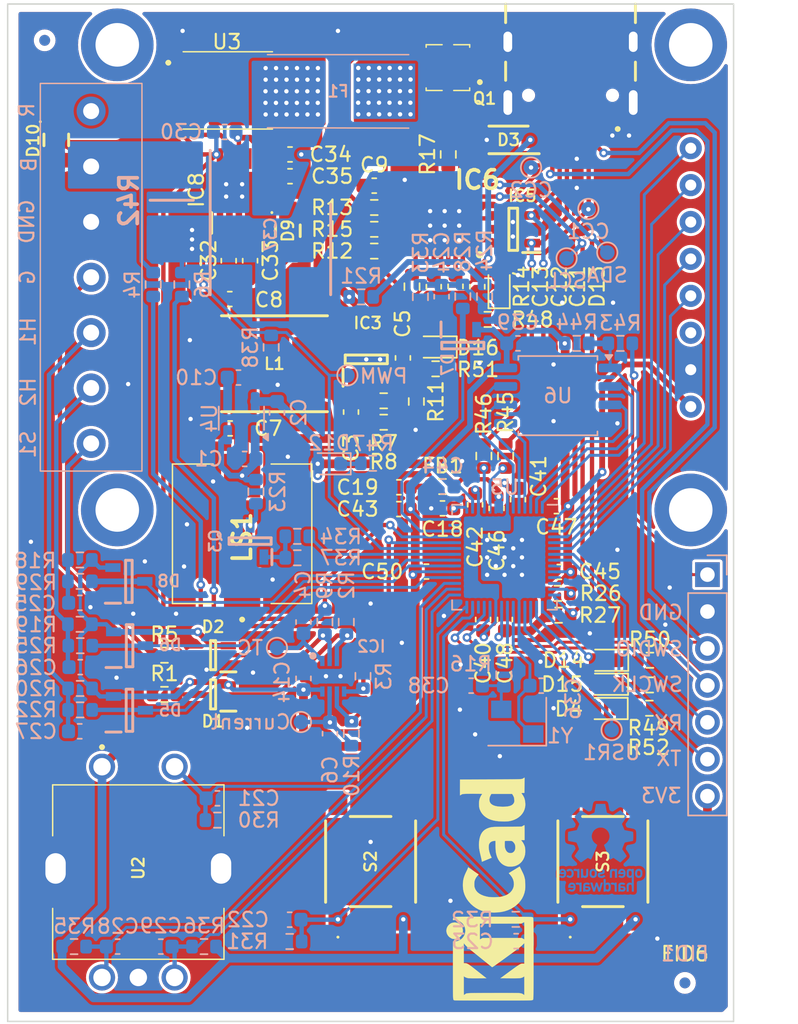
<source format=kicad_pcb>
(kicad_pcb (version 20240108) (generator "pcbnew") (generator_version "8.0")
  (layers (0 "F.Cu" signal) (31 "B.Cu" signal) (34 "B.Paste" user) (35 "F.Paste" user) (36 "B.SilkS" user "B.Silkscreen") (37 "F.SilkS" user "F.Silkscreen") (38 "B.Mask" user) (39 "F.Mask" user) (44 "Edge.Cuts" user))
  (net 0 "")
  (net 1 "/SPI_CS")
  (net 2 "+3.3V")
  (net 3 "/ENC_B")
  (net 4 "/SWCLK")
  (net 5 "/SWDIO")
  (net 6 "/RED")
  (net 7 "/BLUE")
  (net 8 "/Stand_inp")
  (net 9 "/GREEN")
  (net 10 "/SPI_MOSI")
  (net 11 "/SPI_SCK")
  (net 12 "/SPI_DC")
  (net 13 "/SPI_RST")
  (net 14 "/Buzzer")
  (net 15 "GND")
  (net 16 "/XIN")
  (net 17 "Net-(LS1--)")
  (net 18 "/USB_D-")
  (net 19 "/USB_D+")
  (net 20 "/VBUS")
  (net 21 "/SCL")
  (net 22 "/SDA")
  (net 23 "/Handle_inp2")
  (net 24 "/Handle_inp1")
  (net 25 "/VDD_IN")
  (net 26 "/CC2")
  (net 27 "/CC1")
  (net 28 "/SW1")
  (net 29 "/TC")
  (net 30 "/SW2")
  (net 31 "/SW3")
  (net 32 "/Heater")
  (net 33 "Net-(IC3-CB)")
  (net 34 "Net-(IC3-SW)")
  (net 35 "Net-(C9-Pad1)")
  (net 36 "Net-(IC6-VREG_2V7)")
  (net 37 "Net-(IC6-VREG_1V2)")
  (net 38 "/ENC_A")
  (net 39 "Net-(C24-Pad1)")
  (net 40 "Net-(IC2A-+)")
  (net 41 "Net-(IC2A--)")
  (net 42 "Net-(IC2B-+)")
  (net 43 "Net-(IC2B--)")
  (net 44 "Net-(IC3-FB)")
  (net 46 "Net-(IC6-DISCH)")
  (net 47 "VDD")
  (net 48 "/VCCA")
  (net 49 "Net-(C38-Pad1)")
  (net 50 "/USART_RX")
  (net 51 "Net-(IC6-VBUS_EN_SNK)")
  (net 52 "/CURRENT")
  (net 53 "+1V1")
  (net 54 "/VBUS_IN")
  (net 55 "/USART_TX")
  (net 56 "Net-(IC6-VBUS_VS_DISCH)")
  (net 57 "/~{USB_BOOT}")
  (net 58 "/S_sense")
  (net 59 "/H_sense2")
  (net 60 "/H_sense1")
  (net 61 "/XOUT")
  (net 63 "Net-(IC8-TG)")
  (net 64 "/QSPI_SS")
  (net 65 "/BOOST")
  (net 66 "+7.5V")
  (net 67 "Net-(Q3-G)")
  (net 68 "Net-(R21-Pad1)")
  (net 69 "Net-(U5-USB_DP)")
  (net 70 "Net-(U5-USB_DM)")
  (net 71 "Net-(Q1-G)")
  (net 72 "/RUN")
  (net 73 "/QSPI_SD1")
  (net 74 "/QSPI_SCLK")
  (net 75 "/QSPI_SD0")
  (net 76 "/QSPI_SD3")
  (net 77 "/QSPI_SD2")
  (net 80 "Net-(D12-K)")
  (net 81 "Net-(D13-K)")
  (net 82 "Net-(D14-K)")
  (net 83 "/LED1")
  (net 84 "Net-(D15-K)")
  (net 85 "/LED2")
  (net 86 "Net-(D16-K)")
  (net 90 "Net-(D4-K)")
  (net 91 "/LED3")
  (net 92 "/USR1")
  (net 93 "Net-(U4-BYP)")
  (footprint "Capacitor_SMD:C_0603_1608Metric" (layer "F.Cu") (at 126.95 133.25 180)
    (property "Reference" "C19")
    (property "Value" "10u")
  )
  (footprint "Symbol:KiCad-Logo_6mm_SilkScreen" (layer "F.Cu") (at 133.2 160.9 90)
    (property "Reference" "FID5" (hide yes))
    (property "Value" "Kicad symbol" (hide yes))
  )
  (footprint "Capacitor_SMD:C_0603_1608Metric" (layer "F.Cu") (at 126.95 134.75 180)
    (property "Reference" "C43")
    (property "Value" "100n")
  )
  (footprint "footprints:SODFL3619X98N" (layer "F.Cu") (at 134.5 109.35 180)
    (property "Reference" "D3")
    (property "Value" "SMF4L24AT1G" (hide yes))
  )
  (footprint "Capacitor_SMD:C_0603_1608Metric" (layer "F.Cu") (at 116.7 117.662 -90)
    (property "Reference" "C33")
    (property "Value" "100n")
  )
  (footprint "custom_connectors:GCT_USB4105-GF-A" (layer "F.Cu") (at 138.77 102.6 180)
    (property "Reference" "J3" (hide yes))
    (property "Value" "USB4105-GF-A")
  )
  (footprint "footprints:STL20N6F7" (layer "F.Cu") (at 130.325 104.375 90)
    (property "Reference" "Q1")
    (property "Value" "STL9P3LLH6" (hide yes))
  )
  (footprint "Capacitor_SMD:C_0603_1608Metric" (layer "F.Cu") (at 119.45 111.85 180)
    (property "Reference" "C35")
    (property "Value" "10u")
  )
  (footprint "Capacitor_SMD:C_0603_1608Metric" (layer "F.Cu") (at 129.35 119.45 -90)
    (property "Reference" "C13")
    (property "Value" "10u")
  )
  (footprint "Capacitor_SMD:C_0603_1608Metric" (layer "F.Cu") (at 134.25 142.35 90)
    (property "Reference" "C48")
    (property "Value" "100n")
  )
  (footprint "footprints:ADTSM644RVTR" (layer "F.Cu") (at 141 159 90)
    (property "Reference" "S3")
    (property "Value" "ADTSM644RVTR" (hide yes))
  )
  (footprint "footprints:ADTSM644RVTR" (layer "F.Cu") (at 125 159 90)
    (property "Reference" "S2")
    (property "Value" "ADTSM644RVTR" (hide yes))
  )
  (footprint "Resistor_SMD:R_0603_1608Metric" (layer "F.Cu") (at 128.151202 127.35 -90)
    (property "Reference" "R11")
    (property "Value" "22k")
  )
  (footprint "Capacitor_SMD:C_0603_1608Metric" (layer "F.Cu") (at 119.45 110.35 180)
    (property "Reference" "C34")
    (property "Value" "10u")
  )
  (footprint "Resistor_SMD:R_0603_1608Metric" (layer "F.Cu") (at 125.25 114)
    (property "Reference" "R13")
    (property "Value" "100")
  )
  (footprint "Resistor_SMD:R_0603_1608Metric" (layer "F.Cu") (at 132.8 131.1 -90)
    (property "Reference" "R46")
    (property "Value" "27")
  )
  (footprint "Fiducial:Fiducial_0.75mm_Mask1.5mm" (layer "F.Cu") (at 146.65 167.35)
    (property "Reference" "FID6")
    (property "Value" "Fiducial")
  )
  (footprint "footprints:SOT95P280X145-6N" (layer "F.Cu") (at 134.825 115.5 180)
    (property "Reference" "IC5")
    (property "Value" "TPD4E1U06DBVR" (hide yes))
  )
  (footprint "Resistor_SMD:R_0603_1608Metric" (layer "F.Cu") (at 144.225 146.85)
    (property "Reference" "R49")
    (property "Value" "4k7")
  )
  (footprint "Resistor_SMD:R_0603_1608Metric" (layer "F.Cu") (at 134.3 131.1 -90)
    (property "Reference" "R45")
    (property "Value" "27")
  )
  (footprint "Capacitor_SMD:C_0603_1608Metric" (layer "F.Cu") (at 132.35 119.45 -90)
    (property "Reference" "C11")
    (property "Value" "10u")
  )
  (footprint "LED_SMD:LED_0603_1608Metric" (layer "F.Cu") (at 141.25 146.8 180)
    (property "Reference" "D15")
    (property "Value" "LED")
  )
  (footprint "footprints:PMEG6020ER115" (layer "F.Cu") (at 103.35 109.35 -90)
    (property "Reference" "D10")
    (property "Value" "PMEG6020ER" (hide yes))
  )
  (footprint "Resistor_SMD:R_0603_1608Metric" (layer "F.Cu") (at 125.25 117)
    (property "Reference" "R12")
    (property "Value" "22k")
  )
  (footprint "LED_SMD:LED_0603_1608Metric" (layer "F.Cu") (at 141.2625 145.15 180)
    (property "Reference" "D14")
    (property "Value" "LED")
  )
  (footprint "footprints:QFN50P400X400X100-25N-D" (layer "F.Cu") (at 130.1 115.25 180)
    (property "Reference" "IC6")
    (property "Value" "STUSB4500QTR" (hide yes))
  )
  (footprint "Capacitor_SMD:C_0603_1608Metric" (layer "F.Cu") (at 132.2 134.45 -90)
    (property "Reference" "C42")
    (property "Value" "1u")
  )
  (footprint "Resistor_SMD:R_0603_1608Metric" (layer "F.Cu") (at 110.8 144.8)
    (property "Reference" "R5")
    (property "Value" "1k5")
  )
  (footprint "Resistor_SMD:R_0603_1608Metric" (layer "F.Cu") (at 137.95 142.05 180)
    (property "Reference" "R27")
    (property "Value" "4k7")
  )
  (footprint "Resistor_SMD:R_0603_1608Metric" (layer "F.Cu") (at 110.8 147.5)
    (property "Reference" "R1")
    (property "Value" "1k5")
  )
  (footprint "footprints:INDPM7366X300N" (layer "F.Cu") (at 118.376202 124.75 180)
    (property "Reference" "L1")
    (property "Value" "SRP7028CC-150M" (hide yes))
  )
  (footprint "Resistor_SMD:R_0603_1608Metric" (layer "F.Cu") (at 125.901202 128.775 180)
    (property "Reference" "R8")
    (property "Value" "360k")
  )
  (footprint "Capacitor_SMD:C_0603_1608Metric" (layer "F.Cu") (at 138 139.075 180)
    (property "Reference" "C45")
    (property "Value" "100n")
  )
  (footprint "footprints:SOP65P490X110-9N" (layer "F.Cu") (at 115.6 112.85 90)
    (property "Reference" "IC8")
    (property "Value" "LTC4440AHMS8E" (hide yes))
  )
  (footprint "custom_hmi:1_5inch-rgb-oled-module_asm-1110" (layer "F.Cu") (at 147.05 118.81 90)
    (property "Reference" "D11" (hide yes))
    (property "Value" "1_5inch-rgb-oled-module_asm-1110")
  )
  (footprint "Capacitor_SMD:C_0603_1608Metric" (layer "F.Cu") (at 135.15 134.1 -90)
    (property "Reference" "C41")
    (property "Value" "100n")
  )
  (footprint "Capacitor_SMD:C_0603_1608Metric" (layer "F.Cu") (at 123.651202 128.075 -90)
    (property "Reference" "C3")
    (property "Value" "100n")
  )
  (footprint "Resistor_SMD:R_0603_1608Metric" (layer "F.Cu") (at 125.901202 127.3 180)
    (property "Reference" "R7")
    (property "Value" "360k")
  )
  (footprint "footprints:SOT95P280X145-6N" (layer "F.Cu") (at 124.701202 124.45 90)
    (property "Reference" "IC3")
    (property "Value" "LMR54406DBVR" (hide yes))
  )
  (footprint "footprints:BSC014N04LS" (layer "F.Cu") (at 118.24 105.945 -90)
    (property "Reference" "U3")
    (property "Value" "BSC014N04LS")
  )
  (footprint "Capacitor_SMD:C_0603_1608Metric" (layer "F.Cu") (at 128.85 139.05)
    (property "Reference" "C50")
    (property "Value" "100n")
  )
  (footprint "Resistor_SMD:R_0603_1608Metric" (layer "F.Cu") (at 129.95 133.2)
    (property "Reference" "FB1")
    (property "Value" "BLM18HE601SN1D")
  )
  (footprint "footprints:PMEG6020ER115" (layer "F.Cu") (at 119.3 115.6 -90)
    (property "Reference" "D9")
    (property "Value" "PMEG6020ER" (hide yes))
  )
  (footprint "Capacitor_SMD:C_0603_1608Metric" (layer "F.Cu") (at 129.95 134.7 180)
    (property "Reference" "C18")
    (property "Value" "100n")
  )
  (footprint "Capacitor_SMD:C_0603_1608Metric" (layer "F.Cu") (at 115.325 129.2)
    (property "Reference" "C7")
    (property "Value" "10u")
  )
  (footprint "Capacitor_SMD:C_0603_1608Metric" (layer "F.Cu") (at 137.8 134.55 180)
    (property "Reference" "C47")
    (property "Value" "100n")
  )
  (footprint "Resistor_SMD:R_0603_1608Metric" (layer "F.Cu") (at 144.2 148.45)
    (property "Reference" "R52")
    (property "Value" "4k7")
  )
  (footprint "Fiducial:Fiducial_0.75mm_Mask1.5mm" (layer "F.Cu") (at 102.55 102.5)
    (property "Reference" "FID2" (hide yes))
    (property "Value" "Fiducial")
  )
  (footprint "Capacitor_SMD:C_0603_1608Metric" (layer "F.Cu") (at 127.226202 124.35 90)
    (property "Reference" "C5")
    (property "Value" "10u")
  )
  (footprint "Capacitor_SMD:C_0603_1608Metric" (layer "F.Cu") (at 130.85 119.425 -90)
    (property "Reference" "C12")
    (property "Value" "10u")
  )
  (footprint "footprints:SOT65P210X110-3N" (layer "F.Cu") (at 114.15 144.8 180)
    (property "Reference" "D2")
    (property "Value" "BAV199WQ-7" (hide yes))
  )
  (footprint "Capacitor_SMD:C_0603_1608Metric" (layer "F.Cu") (at 132.75 142.35 90)
    (property "Reference" "C40")
    (property "Value" "100n")
  )
  (footprint "Capacitor_SMD:C_0603_1608Metric" (layer "F.Cu") (at 115.3 120.3)
    (property "Reference" "C8")
    (property "Value" "10u")
  )
  (footprint "Resistor_SMD:R_0603_1608Metric" (layer "F.Cu") (at 137.9 140.55 180)
    (property "Reference" "R26")
    (property "Value" "4k7")
  )
  (footprint "Capacitor_SMD:C_0603_1608Metric" (layer "F.Cu") (at 133.675 134.7 -90)
    (property "Reference" "C46")
    (property "Value" "100n")
  )
  (footprint "Capacitor_SMD:C_0603_1608Metric" (layer "F.Cu") (at 115.225 117.662 -90)
    (property "Reference" "C32")
    (property "Value" "10u")
  )
  (footprint "Resistor_SMD:R_0603_1608Metric" (layer "F.Cu") (at 127.85 119.45 -90)
    (property "Reference" "R14")
    (property "Value" "1k5")
  )
  (footprint "LED_SMD:LED_0603_1608Metric" (layer "F.Cu") (at 133.85 119.45 90)
    (property "Reference" "D13")
    (property "Value" "LED")
  )
  (footprint "Resistor_SMD:R_0603_1608Metric" (layer "F.Cu") (at 130.35 110.35 90)
    (property "Reference" "R17")
    (property "Value" "1k5")
  )
  (footprint "Capacitor_SMD:C_0603_1608Metric" (layer "F.Cu") (at 125.25 112.5)
    (property "Reference" "C9")
    (property "Value" "100n")
  )
  (footprint "LED_SMD:LED_0603_1608Metric" (layer "F.Cu") (at 141.225712 148.47 180)
    (property "Reference" "D4")
    (property "Value" "LED")
  )
  (footprint "Resistor_SMD:R_0603_1608Metric" (layer "F.Cu") (at 133.075 121.7 180)
    (property "Reference" "R48")
    (property "Value" "4k7")
  )
  (footprint "Resistor_SMD:R_0603_1608Metric" (layer "F.Cu") (at 144.2375 145.15)
    (property "Reference" "R50")
    (property "Value" "4k7")
  )
  (footprint "footprints:CMI9653SSMTTR" (layer "F.Cu") (at 116.15 136.7 90)
    (property "Reference" "LS1")
    (property "Value" "CMI-9653S-SMT-TR" (hide yes))
  )
  (footprint "footprints:SOT65P210X110-3N" (layer "F.Cu") (at 114.15 147.5 180)
    (property "Reference" "D1")
    (property "Value" "BAV199WQ-7" (hide yes))
  )
  (footprint "Resistor_SMD:R_0603_1608Metric" (layer "F.Cu") (at 125.25 115.5 180)
    (property "Reference" "R15")
    (property "Value" "22k")
  )
  (footprint "LED_SMD:LED_0603_1608Metric" (layer "F.Cu") (at 129.451202 123.6 180)
    (property "Reference" "D16")
    (property "Value" "LED")
  )
  (footprint "Resistor_SMD:R_0603_1608Metric" (layer "F.Cu") (at 129.476202 125.1 180)
    (property "Reference" "R51")
    (property "Value" "4k7")
  )
  (footprint "custom_hmi:PEC11L4220FS0015" (layer "F.Cu") (at 109 159)
    (property "Reference" "U2")
    (property "Value" "PEC11L-4220F-S0015" (hide yes))
  )
  (footprint "footprints:RESC6432X89N" (layer "B.Cu") (at 111.3 113.5 -90)
    (property "Reference" "R42")
    (property "Value" "5m" (hide yes))
  )
  (footprint "Capacitor_SMD:C_0603_1608Metric" (layer "B.Cu") (at 110.55 164.85 180)
    (property "Reference" "C29")
    (property "Value" "100n")
  )
  (footprint "Capacitor_SMD:C_0603_1608Metric" (layer "B.Cu") (at 114.95 108.8)
    (property "Reference" "C30")
    (property "Value" "10u")
  )
  (footprint "Resistor_SMD:R_0603_1608Metric" (layer "B.Cu") (at 104.975 139.725 180)
    (property "Reference" "R29")
    (property "Value" "4k7")
  )
  (footprint "Connector_PinHeader_2.54mm:PinHeader_1x07_P2.54mm_Vertical" (layer "B.Cu") (at 148.2 139.26 180)
    (property "Reference" "J4" (hide yes))
    (property "Value" "Conn_01x07_Pin")
  )
  (footprint "Capacitor_SMD:C_0603_1608Metric" (layer "B.Cu") (at 119.425 163 180)
    (property "Reference" "C22")
    (property "Value" "100n")
  )
  (footprint "Resistor_SMD:R_0603_1608Metric" (layer "B.Cu") (at 119.95 136.625 180)
    (property "Reference" "R34")
    (property "Value" "100")
  )
  (footprint "Resistor_SMD:R_0603_1608Metric" (layer "B.Cu") (at 134.175 146.15 -90)
    (property "Reference" "R16")
    (property "Value" "1k")
  )
  (footprint "Capacitor_SMD:C_0603_1608Metric" (layer "B.Cu") (at 105 145.625)
    (property "Reference" "C26")
    (property "Value" "100n")
  )
  (footprint "Resistor_SMD:R_0603_1608Metric" (layer "B.Cu") (at 121.85 142.525 -90)
    (property "Reference" "R9")
    (property "Value" "360k")
  )
  (footprint "Resistor_SMD:R_0603_1608Metric" (layer "B.Cu") (at 131.35 120.125 -90)
    (property "Reference" "R28")
    (property "Value" "4k7")
  )
  (footprint "Resistor_SMD:R_0603_1608Metric" (layer "B.Cu") (at 112 119.3 90)
    (property "Reference" "R6")
    (property "Value" "4k7")
  )
  (footprint "Symbol:OSHW-Logo_5.7x6mm_Copper" (layer "B.Cu") (at 140.85 158.05 180)
    (property "Reference" "FID4" (hide yes))
    (property "Value" "OSHW symbol" (hide yes))
  )
  (footprint "LED_SMD:LED_0603_1608Metric" (layer "B.Cu") (at 122.146906 131.635 180)
    (property "Reference" "D12")
    (property "Value" "LED")
  )
  (footprint "Resistor_SMD:R_0603_1608Metric" (layer "B.Cu") (at 104.99 148.565 180)
    (property "Reference" "R22")
    (property "Value" "4k7")
  )
  (footprint "Crystal:Crystal_SMD_3225-4Pin_3.2x2.5mm" (layer "B.Cu") (at 135.1 149.375 180)
    (property "Reference" "Y1")
    (property "Value" "ABM8-272-T3")
  )
  (footprint "Capacitor_SMD:C_0603_1608Metric" (layer "B.Cu") (at 122.2 150.2 -90)
    (property "Reference" "C6")
    (property "Value" "1n")
  )
  (footprint "Resistor_SMD:R_0603_1608Metric" (layer "B.Cu") (at 118.15 123.625 -90)
    (property "Reference" "R38")
    (property "Value" "4k7")
  )
  (footprint "Resistor_SMD:R_0603_1608Metric" (layer "B.Cu") (at 119.425 164.5 180)
    (property "Reference" "R31")
    (property "Value" "4k7")
  )
  (footprint "Resistor_SMD:R_0603_1608Metric" (layer "B.Cu") (at 132.85 120.125 90)
    (property "Reference" "R24")
    (property "Value" "22k")
  )
  (footprint "Resistor_SMD:R_0603_1608Metric" (layer "B.Cu") (at 119.95 138.1)
    (property "Reference" "R37")
    (property "Value" "4k7")
  )
  (footprint "Capacitor_SMD:C_0603_1608Metric" (layer "B.Cu") (at 120.375 142.525 90)
    (property "Reference" "C4")
    (property "Value" "1n")
  )
  (footprint "Capacitor_SMD:C_0603_1608Metric" (layer "B.Cu") (at 114.45 154.65)
    (property "Reference" "C21")
    (property "Value" "100n")
  )
  (footprint "Capacitor_SMD:C_0603_1608Metric" (layer "B.Cu") (at 118.55 128.125 -90)
    (property "Reference" "C2")
    (property "Value" "10u")
  )
  (footprint "footprints:CAPAE830X1050N" (layer "B.Cu") (at 118.1 115.85 -90)
    (property "Reference" "C37")
    (property "Value" "220u" (hide yes))
  )
  (footprint "footprints:0154100DR" (layer "B.Cu") (at 122.76 106 180)
    (property "Reference" "F1")
    (property "Value" "0154007.DR" (hide yes))
  )
  (footprint "Capacitor_SMD:C_0603_1608Metric" (layer "B.Cu") (at 120.375 146.4 90)
    (property "Reference" "C14")
    (property "Value" "100n")
  )
  (footprint "TestPoint:TestPoint_Pad_D1.0mm" (layer "B.Cu") (at 123.4 125.55 180)
    (property "Reference" "TP17" (hide yes))
    (property "Value" "PWM")
  )
  (footprint "footprints:SON50P200X200X80-9N" (layer "B.Cu") (at 122.425 146.25 -90)
    (property "Reference" "IC2")
    (property "Value" "OPA2387DSGT" (hide yes))
  )
  (footprint "Package_SO:SOIC-8_5.23x5.23mm_P1.27mm" (layer "B.Cu") (at 137.9 126.945 180)
    (property "Reference" "U6")
    (property "Value" "W25Q16JVSSIQ")
  )
  (footprint "Capacitor_SMD:C_0603_1608Metric" (layer "B.Cu") (at 135.025 164.475 180)
    (property "Reference" "C23")
    (property "Value" "100n")
  )
  (footprint "TestPoint:TestPoint_Pad_D1.0mm" (layer "B.Cu") (at 136.05 111.25 180)
    (property "Reference" "TP8" (hide yes))
    (property "Value" "CC2")
  )
  (footprint "Resistor_SMD:R_0603_1608Metric" (layer "B.Cu") (at 104.975 138.25 180)
    (property "Reference" "R18")
    (property "Value" "4k7")
  )
  (footprint "Resistor_SMD:R_0603_1608Metric" (layer "B.Cu") (at 123.675 150.2 90)
    (property "Reference" "R10")
    (property "Value" "220k")
  )
  (footprint "footprints:SOT95P230X110-3N" (layer "B.Cu") (at 131.35 123.5 -90)
    (property "Reference" "D7")
    (property "Value" "BAT54S" (hide yes))
  )
  (footprint "TestPoint:TestPoint_Pad_D1.0mm" (layer "B.Cu") (at 118.55 144.3 180)
    (property "Reference" "TP11" (hide yes))
    (property "Value" "TC")
  )
  (footprint "Fiducial:Fiducial_0.75mm_Mask1.5mm" (layer "B.Cu") (at 146.65 167.35 180)
    (property "Reference" "FID1")
    (property "Value" "Fiducial")
  )
  (footprint "TestPoint:TestPoint_Pad_D1.0mm" (layer "B.Cu") (at 138.5 117.5 180)
    (property "Reference" "TP15" (hide yes))
    (property "Value" "SCL")
  )
  (footprint "Capacitor_SMD:C_0603_1608Metric" (layer "B.Cu") (at 136.75 146.9)
    (property "Reference" "C36")
    (property "Value" "15p")
  )
  (footprint "footprints:SOT95P230X110-3N" (layer "B.Cu") (at 116.7 136.95 90)
    (property "Reference" "Q3")
    (property "Value" "2N7002NXAKR" (hide yes))
  )
  (footprint "Fiducial:Fiducial_0.75mm_Mask1.5mm" (layer "B.Cu") (at 102.55 102.5 180)
    (property "Reference" "FID3" (hide yes))
    (property "Value" "Fiducial")
  )
  (footprint "Capacitor_SMD:C_0603_1608Metric" (layer "B.Cu") (at 104.965 150.04)
    (property "Reference" "C27")
    (property "Value" "100n")
  )
  (footprint "custom_connectors:691243310007" (layer "B.Cu") (at 105.75 118.8 90)
    (property "Reference" "J1" (hide yes))
    (property "Value" "691243310007")
  )
  (footprint "Resistor_SMD:R_0603_1608Metric" (layer "B.Cu") (at 114.45 156.15)
    (property "Reference" "R30")
    (property "Value" "4k7")
  )
  (footprint "Capacitor_SMD:C_0603_1608Metric" (layer "B.Cu") (at 135.15 123.35)
    (property "Reference" "C39")
    (property "Value" "100n")
  )
  (footprint "Resistor_SMD:R_0603_1608Metric" (layer "B.Cu") (at 135 162.975 180)
    (property "Reference" "R32")
    (property "Value" "4k7")
  )
  (footprint "Resistor_SMD:R_0603_1608Metric" (layer "B.Cu") (at 117.1 133.55 -90)
    (property "Reference" "R23")
    (property "Value" "4k7")
  )
  (footprint "TestPoint:TestPoint_Pad_D1.0mm" (layer "B.Cu") (at 140 114.1 180)
    (property "Reference" "TP7" (hide yes))
    (property "Value" "CC1")
  )
  (footprint "Resistor_SMD:R_0603_1608Metric" (layer "B.Cu") (at 124.475 146.25 90)
    (property "Reference" "R3")
    (property "Value" "220k")
  )
  (footprint "Capacitor_SMD:C_0603_1608Metric" (layer "B.Cu") (at 115.9 125.7)
    (property "Reference" "C10")
    (property "Value" "100p")
  )
  (footprint "Resistor_SMD:R_0603_1608Metric" (layer "B.Cu") (at 104.575 164.85)
    (property "Reference" "R35")
    (property "Value" "4k7")
  )
  (footprint "Capacitor_SMD:C_0603_1608Metric" (layer "B.Cu") (at 129.975 133.2 180)
    (property "Reference" "C44")
    (property "Value" "1u")
  )
  (footprint "Resistor_SMD:R_0603_1608Metric" (layer "B.Cu") (at 128.43 120.145 -90)
    (property "Reference" "R33")
    (property "Value" "4k7")
  )
  (footprint "Capacitor_SMD:C_0603_1608Metric" (layer "B.Cu") (at 107.575 164.85)
    (property "Reference" "C28")
    (property "Value" "100n")
  )
  (footprint "custom:RP2040-QFN-56" (layer "B.Cu") (at 134.225 138.0625 180)
    (property "Reference" "U5")
    (property "Value" "RP2040")
  )
  (footprint "Resistor_SMD:R_0603_1608Metric" (layer "B.Cu") (at 104.99 147.09 180)
    (property "Reference" "R20")
    (property "Value" "4k7")
  )
  (footprint "Resistor_SMD:R_0603_1608Metric" (layer "B.Cu") (at 142.2 123.35)
    (property "Reference" "R43")
    (property "Value" "1k")
  )
  (footprint "Capacitor_SMD:C_0603_1608Metric" (layer "B.Cu") (at 129.89 120.135 -90)
    (property "Reference" "C24")
    (property "Value" "100n")
  )
  (footprint "footprints:SOT95P230X110-3N" (layer "B.Cu") (at 108.35 139.725)
    (property "Reference" "D8")
    (property "Value" "BAT54S" (hide yes))
  )
  (footprint "Resistor_SMD:R_0603_1608Metric" (layer "B.Cu") (at 123.325 142.525 90)
    (property "Reference" "R2")
    (property "Value" "360k")
  )
  (footprint "footprints:SOT95P230X110-3N" (layer "B.Cu") (at 108.4 144.15)
    (property "Reference" "D6")
    (property "Value" "BAT54S" (hide yes))
  )
  (footprint "Capacitor_SMD:C_0603_1608Metric" (layer "B.Cu") (at 131.925 146.9 180)
    (property "Reference" "C38")
    (property "Value" "15p")
  )
  (footprint "Resistor_SMD:R_0603_1608Metric" (layer "B.Cu") (at 113.525 164.85 180)
    (property "Reference" "R36")
    (property "Value" "4k7")
  )
  (footprint "Resistor_SMD:R_0603_1608Metric" (layer "B.Cu") (at 124.35 120.15 180)
    (property "Reference" "R21")
    (property "Value" "22k")
  )
  (footprint "Resistor_SMD:R_0603_1608Metric" (layer "B.Cu") (at 125.15 131.6)
    (property "Reference" "R47")
    (property "Value" "4k7")
  )
  (footprint "Resistor_SMD:R_0603_1608Metric" (layer "B.Cu") (at 104.975 142.675 180)
    (property "Reference" "R19")
    (property "Value" "4k7")
  )
  (footprint "Capacitor_SMD:C_0603_1608Metric" (layer "B.Cu") (at 104.975 141.2)
    (property "Reference" "C25")
    (property "Value" "100n")
  )
  (footprint "TestPoint:TestPoint_Pad_D1.0mm" (layer "B.Cu") (at 141.6 149.95 180)
    (property "Reference" "TP1" (hide yes))
    (property "Value" "USR1")
  )
  (footprint "Resistor_SMD:R_0603_1608Metric" (layer "B.Cu") (at 110.025 119.3 -90)
    (property "Reference" "R4")
    (property "Value" "4k7")
  )
  (footprint "Resistor_SMD:R_0603_1608Metric" (layer "B.Cu") (at 139.2 123.35)
    (property "Reference" "R44")
    (property "Value" "10k")
  )
  (footprint "Package_TO_SOT_SMD:SOT-23-5" (layer "B.Cu") (at 116.1 128.5 90)
    (property "Reference" "U4")
    (property "Value" "AP2210K-3.3")
  )
  (footprint "TestPoint:TestPoint_Pad_D1.0mm" (layer "B.Cu") (at 141.3 117.1 180)
    (property "Reference" "TP16" (hide yes))
    (property "Value" "SDA")
  )
  (footprint "Resistor_SMD:R_0603_1608Metric" (layer "B.Cu") (at 105 144.15 180)
    (property "Reference" "R25")
    (property "Value" "4k7")
  )
  (footprint "Capacitor_SMD:C_0603_1608Metric" (layer "B.Cu") (at 116.325 131.3 180)
    (property "Reference" "C1")
    (property "Value" "10u")
  )
  (footprint "footprints:SOT95P230X110-3N" (layer "B.Cu") (at 108.39 148.59)
    (property "Reference" "D5")
    (property "Value" "BAT54S" (hide yes))
  )
  (footprint "TestPoint:TestPoint_Pad_D1.0mm" (layer "B.Cu") (at 120.2 149.4 180)
    (property "Reference" "TP10" (hide yes))
    (property "Value" "Current")
  )
  (gr_rect (start 100 100) (end 150 170) (stroke (width 0.1)) (fill none) (layer "Edge.Cuts"))
  (gr_text "H2" (at 102 125.6 90) (layer "B.SilkS") (effects (font (size 1 1)) (justify left bottom mirror)))
  (gr_text "SWCLK" (at 146.6 147.4 0) (layer "B.SilkS") (effects (font (size 1 1)) (justify left bottom mirror)))
  (gr_text "H1" (at 102 121.45 90) (layer "B.SilkS") (effects (font (size 1 1)) (justify left bottom mirror)))
  (gr_text "B" (at 102.05 110.45 90) (layer "B.SilkS") (effects (font (size 1 1)) (justify left bottom mirror)))
  (gr_text "3V3" (at 146.5 155.05 0) (layer "B.SilkS") (effects (font (size 1 1)) (justify left bottom mirror)))
  (gr_text "S1" (at 102 129.25 90) (layer "B.SilkS") (effects (font (size 1 1)) (justify left bottom mirror)))
  (gr_text "GND" (at 146.6 142.45 0) (layer "B.SilkS") (effects (font (size 1 1)) (justify left bottom mirror)))
  (gr_text "R" (at 101.9 106.7 90) (layer "B.SilkS") (effects (font (size 1 1)) (justify left bottom mirror)))
  (gr_text "G" (at 101.95 118.2 90) (layer "B.SilkS") (effects (font (size 1 1)) (justify left bottom mirror)))
  (gr_text "SWDIO" (at 146.6 144.95 0) (layer "B.SilkS") (effects (font (size 1 1)) (justify left bottom mirror)))
  (gr_text "TX" (at 146.5 152.5 0) (layer "B.SilkS") (effects (font (size 1 1)) (justify left bottom mirror)))
  (gr_text "GND" (at 101.9 113.35 90) (layer "B.SilkS") (effects (font (size 1 1)) (justify left bottom mirror)))
  (gr_text "RX" (at 146.6 150.05 0) (layer "B.SilkS") (effects (font (size 1 1)) (justify left bottom mirror)))
  (segment (start 137.6625 136.6625) (end 138.527731 136.6625) (width 0.2) (layer "B.Cu") (net 1))
  (segment (start 144.8 117.25) (end 147.05 115) (width 0.2) (layer "B.Cu") (net 1))
  (segment (start 138.527731 136.6625) (end 144.8 130.390231) (width 0.2) (layer "B.Cu") (net 1))
  (segment (start 144.8 130.390231) (end 144.8 117.25) (width 0.2) (layer "B.Cu") (net 1))
  (segment (start 138.575 134.55) (end 138.4 134.375) (width 0.6) (layer "F.Cu") (net 2))
  (segment (start 120.375 151.075) (end 120.375 147.175) (width 0.6) (layer "F.Cu") (net 2))
  (segment (start 133.05 132.7) (end 131.275 132.7) (width 0.3) (layer "F.Cu") (net 2))
  (segment (start 129.24673 131.67173) (end 130.775 133.2) (width 0.6) (layer "F.Cu") (net 2))
  (segment (start 120.375 151.075) (end 107.9 151.075) (width 0.6) (layer "F.Cu") (net 2))
  (segment (start 133.825 133.900677) (end 133.825 133.475) (width 0.3) (layer "F.Cu") (net 2))
  (segment (start 127.75 134.75) (end 127.725 134.75) (width 0.2) (layer "F.Cu") (net 2))
  (segment (start 137.025 140.55) (end 137.025 142.05) (width 0.6) (layer "F.Cu") (net 2))
  (segment (start 140.95 132.2) (end 140.95 126.35) (width 0.4) (layer "F.Cu") (net 2))
  (segment (start 112.55 146.65) (end 115 146.65) (width 0.4) (layer "F.Cu") (net 2))
  (segment (start 137.025 140.55) (end 137.3 140.55) (width 0.3) (layer "F.Cu") (net 2))
  (segment (start 124.594238 151.075) (end 120.375 151.075) (width 0.6) (layer "F.Cu") (net 2))
  (segment (start 142.5 124.8) (end 144.15 124.8) (width 0.4) (layer "F.Cu") (net 2))
  (segment (start 148.2 158.025) (end 143.25 162.975) (width 0.6) (layer "F.Cu") (net 2))
  (segment (start 138.4 134.375) (end 138.4 123.375) (width 0.6) (layer "F.Cu") (net 2))
  (segment (start 137.3 140.55) (end 138.775 139.075) (width 0.4) (layer "F.Cu") (net 2))
  (segment (start 115 146.65) (end 115.2 146.85) (width 0.4) (layer "F.Cu") (net 2))
  (segment (start 136.05 143.125) (end 137.125 142.05) (width 0.6) (layer "F.Cu") (net 2))
  (segment (start 121.359406 131.635) (end 129.21 131.635) (width 0.6) (layer "F.Cu") (net 2))
  (segment (start 138.575 134.55) (end 138.575 138.875) (width 0.6) (layer "F.Cu") (net 2))
  (segment (start 148.2 154.5) (end 148.2 158.025) (width 0.6) (layer "F.Cu") (net 2))
  (segment (start 138.575 138.875) (end 138.775 139.075) (width 0.6) (layer "F.Cu") (net 2))
  (segment (start 133.800677 133.925) (end 133.825 133.900677) (width 0.4) (layer "F.Cu") (net 2))
  (segment (start 134.25 143.125) (end 136.05 143.125) (width 0.6) (layer "F.Cu") (net 2))
  (segment (start 113.1 143.2) (end 114.05 144.15) (width 0.4) (layer "F.Cu") (net 2))
  (segment (start 144.15 124.8) (end 147.05 127.7) (width 0.4) (layer "F.Cu") (net 2))
  (segment (start 128.075 135.1) (end 127.725 134.75) (width 0.6) (layer "F.Cu") (net 2))
  (segment (start 128.075 139.05) (end 128.075 135.1) (width 0.6) (layer "F.Cu") (net 2))
  (segment (start 121.359406 132.45) (end 121.359406 131.635) (width 0.6) (layer "F.Cu") (net 2))
  (segment (start 128.075 147.594238) (end 124.594238 151.075) (width 0.6) (layer "F.Cu") (net 2))
  (segment (start 131.275 132.7) (end 130.775 133.2) (width 0.3) (layer "F.Cu") (net 2))
  (segment (start 133.825 133.475) (end 133.05 132.7) (width 0.3) (layer "F.Cu") (net 2))
  (segment (start 107.9 151.075) (end 106.5 152.475) (width 0.6) (layer "F.Cu") (net 2))
  (segment (start 138.4 123.375) (end 138.375 123.35) (width 0.6) (layer "F.Cu") (net 2))
  (segment (start 140.95 126.35) (end 142.5 124.8) (width 0.4) (layer "F.Cu") (net 2))
  (segment (start 114.05 144.15) (end 115.2 144.15) (width 0.4) (layer "F.Cu") (net 2))
  (segment (start 128.075 139.05) (end 128.075 147.594238) (width 0.6) (layer "F.Cu") (net 2))
  (via (at 140.95 132.2) (size 0.6) (drill 0.3) (layers "F.Cu" "B.Cu") (net 2))
  (via (at 138.6 134.55) (size 0.6) (drill 0.3) (layers "F.Cu" "B.Cu") (net 2))
  (via (at 138.375 123.35) (size 0.6) (drill 0.3) (layers "F.Cu" "B.Cu") (net 2))
  (via (at 138.767892 139.082108) (size 0.6) (drill 0.3) (layers "F.Cu" "B.Cu") (net 2))
  (via (at 127.25 162.975) (size 0.6) (drill 0.3) (layers "F.Cu" "B.Cu") (net 2))
  (via (at 127.75 134.75) (size 0.6) (drill 0.3) (layers "F.Cu" "B.Cu") (net 2))
  (via (at 143.25 162.975) (size 0.6) (drill 0.3) (layers "F.Cu" "B.Cu") (net 2))
  (via (at 113.1 143.2) (size 0.6) (drill 0.3) (layers "F.Cu" "B.Cu") (net 2))
  (via (at 115.2 146.85) (size 0.6) (drill 0.3) (layers "F.Cu" "B.Cu") (net 2))
  (via (at 121.359406 131.635) (size 0.6) (drill 0.3) (layers "F.Cu" "B.Cu") (net 2))
  (via (at 127.913804 139.2625) (size 0.6) (drill 0.3) (layers "F.Cu" "B.Cu") (net 2))
  (via (at 112.55 146.65) (size 0.6) (drill 0.3) (layers "F.Cu" "B.Cu") (net 2))
  (via (at 133.825 143.55) (size 0.6) (drill 0.3) (layers "F.Cu" "B.Cu") (net 2))
  (via (at 120.375 147.175) (size 0.6) (drill 0.3) (layers "F.Cu" "B.Cu") (net 2))
  (via (at 133.825 133.900677) (size 0.6) (drill 0.3) (layers "F.Cu" "B.Cu") (net 2))
  (via (at 129.22173 131.67173) (size 0.6) (drill 0.3) (layers "F.Cu" "B.Cu") (net 2))
  (via (at 121.359406 132.45) (size 0.6) (drill 0.3) (layers "F.Cu" "B.Cu") (net 2))
  (segment (start 137.6875 135.4625) (end 138.6 134.55) (width 0.2) (layer "B.Cu") (net 2))
  (segment (start 103.75 166.204899) (end 103.75 164.85) (width 0.6) (layer "B.Cu") (net 2))
  (segment (start 137.5 122.475) (end 135.25 122.475) (width 0.4) (layer "B.Cu") (net 2))
  (segment (start 132.025 134.09114) (end 132.025 134.625) (width 0.2) (layer "B.Cu") (net 2))
  (segment (start 133.500001 125.04) (end 131.85 126.690001) (width 0.4) (layer "B.Cu") (net 2))
  (segment (start 103.75 164.85) (end 106.5 162.1) (width 0.6) (layer "B.Cu") (net 2))
  (segment (start 130.75 133.175) (end 130.75 133.2) (width 0.2) (layer "B.Cu") (net 2))
  (segment (start 131.85 129.04346) (end 129.22173 131.67173) (width 0.4) (layer "B.Cu") (net 2))
  (segment (start 137.6625 135.4625) (end 137.6875 135.4625) (width 0.2) (layer "B.Cu") (net 2))
  (segment (start 127.75 134.75) (end 128.4625 135.4625) (width 0.2) (layer "B.Cu") (net 2))
  (segment (start 134.375 124.965) (end 134.3 125.04) (width 0.4) (layer "B.Cu") (net 2))
  (segment (start 106.5 162.1) (end 106.5 152.475) (width 0.6) (layer "B.Cu") (net 2))
  (segment (start 133.825 143.55) (end 134.025 143.35) (width 0.2) (layer "B.Cu") (net 2))
  (segment (start 112.55 146.65) (end 111.56 147.64) (width 0.4) (layer "B.Cu") (net 2))
  (segment (start 132.3 122.4) (end 133.425 122.4) (width 0.4) (layer "B.Cu") (net 2))
  (segment (start 140.575 165.65) (end 143.25 162.975) (width 0.6) (layer "B.Cu") (net 2))
  (segment (start 120.375 147.175) (end 121.55 147.175) (width 0.3) (layer "B.Cu") (net 2))
  (segment (start 105.01 145.06) (end 105.01 143.465) (width 0.3) (layer "B.Cu") (net 2))
  (segment (start 138.375 123.35) (end 137.5 122.475) (width 0.4) (layer "B.Cu") (net 2))
  (segment (start 105.01 143.465) (end 105.8 142.675) (width 0.3) (layer "B.Cu") (net 2))
  (segment (start 105.8 138.25) (end 105 139.05) (width 0.3) (layer "B.Cu") (net 2))
  (segment (start 120.375 147.175) (end 115.525 147.175) (width 0.3) (layer "B.Cu") (net 2))
  (segment (start 105.815 147.09) (end 105.77 147.09) (width 0.3) (layer "B.Cu") (net 2))
  (segment (start 121.359406 130.159406) (end 118.55 127.35) (width 0.6) (layer "B.Cu") (net 2))
  (segment (start 132.025 134.09114) (end 131.13386 133.2) (width 0.2) (layer "B.Cu") (net 2))
  (segment (start 106.775 142.675) (end 107.3 143.2) (width 0.3) (layer "B.Cu") (net 2))
  (segment (start 105 140.59) (end 105 141.875) (width 0.2) (layer "B.Cu") (net 2))
  (segment (start 115.15 165.65) (end 112.425 168.375) (width 0.6) (layer "B.Cu") (net 2))
  (segment (start 107.25 138.775) (end 106.325 138.775) (width 0.3) (layer "B.Cu") (net 2))
  (segment (start 133.425 122.4) (end 134.375 123.35) (width 0.4) (layer "B.Cu") (net 2))
  (segment (start 115.15 165.65) (end 140.575 165.65) (width 0.6) (layer "B.Cu") (net 2))
  (segment (start 140.95 132.2) (end 138.6 134.55) (width 0.4) (layer "B.Cu") (net 2))
  (segment (start 118.55 127.35) (end 117 127.35) (width 0.6) (layer "B.Cu") (net 2))
  (segment (start 138.748284 139.0625) (end 138.767892 139.082108) (width 0.2) (layer "B.Cu") (net 2))
  (segment (start 127.25 162.975) (end 127.25 165.65) (width 0.6) (layer "B.Cu") (net 2))
  (segment (start 129.22173 131.67173) (end 130.75 133.2) (width 0.6) (layer "B.Cu") (net 2))
  (segment (start 127.75 134.75) (end 127.75 133.14346) (width 0.6) (layer "B.Cu") (net 2))
  (segment (start 134.375 123.35) (end 134.375 124.965) (width 0.4) (layer "B.Cu") (net 2))
  (segment (start 105 139.05) (end 105 140.59) (width 0.3) (layer "B.Cu") (net 2))
  (segment (start 137.6625 139.0625) (end 138.748284 139.0625) (width 0.2) (layer "B.Cu") (net 2))
  (segment (start 134.025 143.35) (end 134.025 141.5) (width 0.2) (layer "B.Cu") (net 2))
  (segment (start 105.01 146.33) (end 105.01 145.06) (width 0.2) (layer "B.Cu") (net 2))
  (segment (start 113.1 143.2) (end 107.3 143.2) (width 0.4) (layer "B.Cu") (net 2))
  (segment (start 131.85 126.690001) (end 131.85 129.04346) (width 0.4) (layer "B.Cu") (net 2))
  (segment (start 105.8 142.675) (end 106.775 142.675) (width 0.3) (layer "B.Cu") (net 2))
  (segment (start 105 141.875) (end 105.8 142.675) (width 0.3) (layer "B.Cu") (net 2))
  (segment (start 106.365 147.64) (end 105.815 147.09) (width 0.3) (layer "B.Cu") (net 2))
  (segment (start 121.55 147.175) (end 121.675 147.3) (width 0.3) (layer "B.Cu") (net 2))
  (segment (start 134.3 125.04) (end 133.500001 125.04) (width 0.4) (layer "B.Cu") (net 2))
  (segment (start 105.77 147.09) (end 105.01 146.33) (width 0.3) (layer "B.Cu") (net 2))
  (segment (start 121.359406 132.45) (end 121.359406 131.635) (width 0.6) (layer "B.Cu") (net 2))
  (segment (start 128.4625 135.4625) (end 130.7875 135.4625) (width 0.2) (layer "B.Cu") (net 2))
  (segment (start 111.56 147.64) (end 107.29 147.64) (width 0.4) (layer "B.Cu") (net 2))
  (segment (start 133.825 133.900677) (end 133.825 134.825) (width 0.4) (layer "B.Cu") (net 2))
  (segment (start 107.29 147.64) (end 106.365 147.64) (width 0.3) (layer "B.Cu") (net 2))
  (segment (start 135.25 122.475) (end 134.375 123.35) (width 0.4) (layer "B.Cu") (net 2))
  (segment (start 121.359406 131.635) (end 121.359406 130.159406) (width 0.6) (layer "B.Cu") (net 2))
  (segment (start 115.525 147.175) (end 115.2 146.85) (width 0.3) (layer "B.Cu") (net 2))
  (segment (start 106.325 138.775) (end 105.8 138.25) (width 0.3) (layer "B.Cu") (net 2))
  (segment (start 131.13386 133.2) (end 130.75 133.2) (width 0.2) (layer "B.Cu") (net 2))
  (segment (start 127.75 133.14346) (end 129.22173 131.67173) (width 0.6) (layer "B.Cu") (net 2))
  (segment (start 112.425 168.375) (end 105.920101 168.375) (width 0.6) (layer "B.Cu") (net 2))
  (segment (start 128.113804 139.0625) (end 130.7875 139.0625) (width 0.2) (layer "B.Cu") (net 2))
  (segment (start 105.920101 168.375) (end 103.75 166.204899) (width 0.6) (layer "B.Cu") (net 2))
  (segment (start 114.35 164.85) (end 115.15 165.65) (width 0.6) (layer "B.Cu") (net 2))
  (segment (start 127.913804 139.2625) (end 128.113804 139.0625) (width 0.2) (layer "B.Cu") (net 2))
  (segment (start 113.916642 164.025) (end 113.091642 164.85) (width 0.2) (layer "B.Cu") (net 3))
  (segment (start 129.23 149.32) (end 114.525 164.025) (width 0.2) (layer "B.Cu") (net 3))
  (segment (start 129.23 141.835686) (end 129.23 149.32) (width 0.2) (layer "B.Cu") (net 3))
  (segment (start 130.7875 140.6625) (end 130.403186 140.6625) (width 0.2) (layer "B.Cu") (net 3))
  (segment (start 130.403186 140.6625) (end 129.23 141.835686) (width 0.2) (layer "B.Cu") (net 3))
  (segment (start 113.091642 164.85) (end 112.7 164.85) (width 0.2) (layer "B.Cu") (net 3))
  (segment (start 111.5 165.025) (end 111.325 164.85) (width 0.3) (layer "B.Cu") (net 3))
  (segment (start 111.5 166.975) (end 111.5 165.025) (width 0.3) (layer "B.Cu") (net 3))
  (segment (start 114.525 164.025) (end 113.916642 164.025) (width 0.2) (layer "B.Cu") (net 3))
  (segment (start 112.7 164.85) (end 111.325 164.85) (width 0.3) (layer "B.Cu") (net 3))
  (segment (start 137.590027 144.2) (end 137.883015 143.907013) (width 0.2) (layer "F.Cu") (net 4))
  (segment (start 140.52 109.72) (end 141.05 110.25) (width 0.3) (layer "F.Cu") (net 4))
  (segment (start 131.635285 143.586755) (end 132.24853 144.2) (width 0.2) (layer "F.Cu") (net 4))
  (segment (start 132.24853 144.2) (end 137.590027 144.2) (width 0.2) (layer "F.Cu") (net 4))
  (segment (start 137.883015 143.907013) (end 147.767013 143.907013) (width 0.2) (layer "F.Cu") (net 4))
  (segment (start 147.767013 143.907013) (end 148.2 144.34) (width 0.2) (layer "F.Cu") (net 4))
  (segment (start 140.52 107.355) (end 140.52 109.72) (width 0.3) (layer "F.Cu") (net 4))
  (via (at 141.05 110.25) (size 0.6) (drill 0.3) (layers "F.Cu" "B.Cu") (net 4))
  (via (at 131.635285 143.586755) (size 0.6) (drill 0.3) (layers "F.Cu" "B.Cu") (net 4))
  (segment (start 132.45 143.05) (end 133.225 142.275) (width 0.2) (layer "B.Cu") (net 4))
  (segment (start 148.19 144.34) (end 148.2 144.34) (width 0.3) (layer "B.Cu") (net 4))
  (segment (start 144.2 133.629491) (end 144.2 140.35) (width 0.3) (layer "B.Cu") (net 4))
  (segment (start 141.05 110.25) (end 143.492894 110.25) (width 0.3) (layer "B.Cu") (net 4))
  (segment (start 148.05 108.2) (end 148.7 108.85) (width 0.3) (layer "B.Cu") (net 4))
  (segment (start 145.542894 108.2) (end 148.05 108.2) (width 0.3) (layer "B.Cu") (net 4))
  (segment (start 131.635285 143.586755) (end 132.17204 143.05) (width 0.2) (layer "B.Cu") (net 4))
  (segment (start 148.7 129.129491) (end 144.2 133.629491) (width 0.3) (layer "B.Cu") (net 4))
  (segment (start 132.17204 143.05) (end 132.45 143.05) (width 0.2) (layer "B.Cu") (net 4))
  (segment (start 148.7 108.85) (end 148.7 129.129491) (width 0.3) (layer "B.Cu") (net 4))
  (segment (start 143.492894 110.25) (end 145.542894 108.2) (width 0.3) (layer "B.Cu") (net 4))
  (segment (start 133.225 142.275) (end 133.225 141.5) (width 0.2) (layer "B.Cu") (net 4))
  (segment (start 144.2 140.35) (end 148.19 144.34) (width 0.3) (layer "B.Cu") (net 4))
  (segment (start 130.8125 143.6125) (end 131.8 144.6) (width 0.2) (layer "F.Cu") (net 5))
  (segment (start 148.18 146.88) (end 148.2 146.88) (width 0.2) (layer "F.Cu") (net 5))
  (segment (start 137.755713 144.6) (end 138.0487 144.307013) (width 0.2) (layer "F.Cu") (net 5))
  (segment (start 137.52 107.355) (end 137.52 111.55) (width 0.3) (layer "F.Cu") (net 5))
  (segment (start 138.0487 144.307013) (end 145.607013 144.307013) (width 0.2) (layer "F.Cu") (net 5))
  (segment (start 137.52 111.55) (end 137.37 111.7) (width 0.3) (layer "F.Cu") (net 5))
  (segment (start 131.8 144.6) (end 137.755713 144.6) (width 0.2) (layer "F.Cu") (net 5))
  (segment (start 145.607013 144.307013) (end 148.18 146.88) (width 0.2) (layer "F.Cu") (net 5))
  (via (at 130.8125 143.6125) (size 0.6) (drill 0.3) (layers "F.Cu" "B.Cu") (net 5))
  (via (at 137.37 111.7) (size 0.6) (drill 0.3) (layers "F.Cu" "B.Cu") (net 5))
  (segment (start 137.37 111.7) (end 142.75 111.7) (width 0.3) (layer "B.Cu") (net 5))
  (segment (start 130.8125 143.56101) (end 131.72351 142.65) (width 0.2) (layer "B.Cu") (net 5))
  (segment (start 145.75 108.7) (end 147.45 108.7) (width 0.3) (layer "B.Cu") (net 5))
  (segment (start 132.825 142.03386) (end 132.825 141.5) (width 0.2) (layer "B.Cu") (net 5))
  (segment (start 130.8125 143.6125) (end 130.8125 143.56101) (width 0.2) (layer "B.Cu") (net 5))
  (segment (start 148.2 109.45) (end 148.2 128.922385) (width 0.3) (layer "B.Cu") (net 5))
  (segment (start 132.20886 142.65) (end 132.825 142.03386) (width 0.2) (layer "B.Cu") (net 5))
  (segment (start 147.45 108.7) (end 148.2 109.45) (width 0.3) (layer "B.Cu") (net 5))
  (segment (start 131.72351 142.65) (end 132.20886 142.65) (width 0.2) (layer "B.Cu") (net 5))
  (segment (start 143.7 133.422384) (end 143.7 142.38) (width 0.3) (layer "B.Cu") (net 5))
  (segment (start 148.2 128.922385) (end 143.7 133.422384) (width 0.3) (layer "B.Cu") (net 5))
  (segment (start 143.7 142.38) (end 148.2 146.88) (width 0.3) (layer "B.Cu") (net 5))
  (segment (start 142.75 111.7) (end 145.75 108.7) (width 0.3) (layer "B.Cu") (net 5))
  (segment (start 114.375 110.35) (end 113.3875 110.35) (width 0.3) (layer "F.Cu") (net 6))
  (segment (start 105.17 107.95) (end 105.75 107.37) (width 1) (layer "F.Cu") (net 6))
  (segment (start 113.3875 110.35) (end 110.85 107.8125) (width 0.3) (layer "F.Cu") (net 6))
  (segment (start 110.725 114) (end 114.375 110.35) (width 0.3) (layer "F.Cu") (net 6))
  (segment (start 110.85 107.8125) (end 110.85 107.05) (width 0.3) (layer "F.Cu") (net 6))
  (segment (start 114.625 110.638) (end 114.625 110.6) (width 0.3) (layer "F.Cu") (net 6))
  (segment (start 103.35 107.95) (end 105.17 107.95) (width 1) (layer "F.Cu") (net 6))
  (segment (start 109.975 147.5) (end 110.725 146.75) (width 0.3) (layer "F.Cu") (net 6))
  (segment (start 114.625 110.6) (end 114.375 110.35) (width 0.3) (layer "F.Cu") (net 6))
  (segment (start 110.725 146.75) (end 110.725 114) (width 0.3) (layer "F.Cu") (net 6))
  (via (at 114.375 110.35) (size 0.6) (drill 0.3) (layers "F.Cu" "B.Cu") (net 6))
  (segment (start 114.375 109) (end 114.175 108.8) (width 0.3) (layer "B.Cu") (net 6))
  (segment (start 114.375 110.35) (end 114.375 109) (width 0.3) (layer "B.Cu") (net 6))
  (segment (start 104.4 110.75) (end 104.83 111.18) (width 1) (layer "F.Cu") (net 7))
  (segment (start 104.83 111.18) (end 105.75 111.18) (width 1) (layer "F.Cu") (net 7))
  (segment (start 103.35 110.75) (end 104.4 110.75) (width 1) (layer "F.Cu") (net 7))
  (segment (start 110.025 118.475) (end 109.225 117.675) (width 0.3) (layer "B.Cu") (net 7))
  (segment (start 109.225 117.675) (end 109.225 112.325) (width 0.3) (layer "B.Cu") (net 7))
  (segment (start 118.24638 141.17) (end 120.079637 139.336743) (width 0.2) (layer "B.Cu") (net 8))
  (segment (start 109.45 139.725) (end 110.895 141.17) (width 0.2) (layer "B.Cu") (net 8))
  (segment (start 120.079637 139.336743) (end 126.397571 139.336743) (width 0.2) (layer "B.Cu") (net 8))
  (segment (start 110.895 141.17) (end 118.24638 141.17) (width 0.2) (layer "B.Cu") (net 8))
  (segment (start 126.397571 139.336743) (end 127.471814 138.2625) (width 0.2) (layer "B.Cu") (net 8))
  (segment (start 127.471814 138.2625) (end 130.7875 138.2625) (width 0.2) (layer "B.Cu") (net 8))
  (segment (start 105.8 139.725) (end 109.45 139.725) (width 0.4) (layer "B.Cu") (net 8))
  (segment (start 109.975 144.8) (end 103.6 138.425) (width 0.3) (layer "F.Cu") (net 9))
  (segment (start 103.6 138.425) (end 103.6 120.95) (width 0.3) (layer "F.Cu") (net 9))
  (segment (start 103.6 120.95) (end 105.75 118.8) (width 0.3) (layer "F.Cu") (net 9))
  (segment (start 145.65 130.671603) (end 145.65 121.48) (width 0.2) (layer "B.Cu") (net 10))
  (segment (start 138.859103 137.4625) (end 145.65 130.671603) (width 0.2) (layer "B.Cu") (net 10))
  (segment (start 137.6625 137.4625) (end 138.859103 137.4625) (width 0.2) (layer "B.Cu") (net 10))
  (segment (start 145.65 121.48) (end 147.05 120.08) (width 0.2) (layer "B.Cu") (net 10))
  (segment (start 145.25 130.505917) (end 138.693417 137.0625) (width 0.2) (layer "B.Cu") (net 11))
  (segment (start 145.25 119.34) (end 145.25 130.505917) (width 0.2) (layer "B.Cu") (net 11))
  (segment (start 138.693417 137.0625) (end 137.6625 137.0625) (width 0.2) (layer "B.Cu") (net 11))
  (segment (start 147.05 117.54) (end 145.25 119.34) (width 0.2) (layer "B.Cu") (net 11))
  (segment (start 147.05 112.46) (end 144.35 115.16) (width 0.2) (layer "B.Cu") (net 12))
  (segment (start 144.35 130.274545) (end 138.362045 136.2625) (width 0.2) (layer "B.Cu") (net 12))
  (segment (start 138.362045 136.2625) (end 137.6625 136.2625) (width 0.2) (layer "B.Cu") (net 12))
  (segment (start 144.35 115.16) (end 144.35 130.274545) (width 0.2) (layer "B.Cu") (net 12))
  (segment (start 143.85 130.20886) (end 143.85 113.12) (width 0.2) (layer "B.Cu") (net 13))
  (segment (start 138.19636 135.8625) (end 143.85 130.20886) (width 0.2) (layer "B.Cu") (net 13))
  (segment (start 143.85 113.12) (end 147.05 109.92) (width 0.2) (layer "B.Cu") (net 13))
  (segment (start 137.6625 135.8625) (end 138.19636 135.8625) (width 0.2) (layer "B.Cu") (net 13))
  (segment (start 122.0125 137.8625) (end 120.775 136.625) (width 0.2) (layer "B.Cu") (net 14))
  (segment (start 130.7875 137.8625) (end 122.0125 137.8625) (width 0.2) (layer "B.Cu") (net 14))
  (segment (start 132.1 114) (end 131.35 114) (width 0.3) (layer "F.Cu") (net 15))
  (segment (start 128.85 114) (end 129.1 114.25) (width 0.3) (layer "F.Cu") (net 15))
  (segment (start 120.225 111.85) (end 120.225 110.35) (width 0.6) (layer "F.Cu") (net 15))
  (segment (start 128.151202 126.525) (end 128.151202 125.6) (width 0.6) (layer "F.Cu") (net 15))
  (segment (start 127.226202 125.125) (end 128.626202 125.125) (width 0.6) (layer "F.Cu") (net 15))
  (segment (start 115.275 115.062) (end 115.275 113.475) (width 0.4) (layer "F.Cu") (net 15))
  (segment (start 115.275 113.475) (end 115.05 113.25) (width 0.4) (layer "F.Cu") (net 15))
  (segment (start 135.57 107.83) (end 134.05 109.35) (width 0.6) (layer "F.Cu") (net 15))
  (segment (start 129.85 113.25) (end 129.85 114) (width 0.3) (layer "F.Cu") (net 15))
  (segment (start 135.57 107.355) (end 135.57 107.83) (width 0.6) (layer "F.Cu") (net 15))
  (segment (start 134.05 109.35) (end 133 109.35) (width 0.6) (layer "F.Cu") (net 15))
  (segment (start 124.701202 124.45) (end 124.701202 125.7) (width 0.6) (layer "F.Cu") (net 15))
  (segment (start 128.1 114) (end 128.85 114) (width 0.3) (layer "F.Cu") (net 15))
  (segment (start 131.35 114) (end 131.1 114.25) (width 0.3) (layer "F.Cu") (net 15))
  (segment (start 129.85 114) (end 130.1 114.25) (width 0.3) (layer "F.Cu") (net 15))
  (segment (start 125.651202 124.45) (end 126.551202 124.45) (width 0.6) (layer "F.Cu") (net 15))
  (segment (start 128.626202 125.125) (end 128.651202 125.1) (width 0.6) (layer "F.Cu") (net 15))
  (segment (start 128.85 113.25) (end 128.85 114) (width 0.3) (layer "F.Cu") (net 15))
  (segment (start 128.151202 125.6) (end 128.651202 125.1) (width 0.6) (layer "F.Cu") (net 15))
  (segment (start 116.575 113.825) (end 116.15 113.4) (width 0.4) (layer "F.Cu") (net 15))
  (segment (start 116.15 113.4) (end 116.15 113.25) (width 0.4) (layer "F.Cu") (net 15))
  (segment (start 116.575 115.062) (end 116.575 113.825) (width 0.4) (layer "F.Cu") (net 15))
  (segment (start 126.551202 124.45) (end 127.226202 125.125) (width 0.6) (layer "F.Cu") (net 15))
  (segment (start 124.701202 124.45) (end 125.651202 124.45) (width 0.6) (layer "F.Cu") (net 15))
  (via (at 144.75 164.3) (size 0.6) (drill 0.3) (layers "F.Cu" "B.Cu") (net 15))
  (via (at 122.925 146.25) (size 0.6) (drill 0.3) (layers "F.Cu" "B.Cu") (net 15))
  (via (at 120.225 110.35) (size 0.6) (drill 0.3) (layers "F.Cu" "B.Cu") (net 15))
  (via (at 125.651202 124.45) (size 0.6) (drill 0.3) (layers "F.Cu" "B.Cu") (net 15))
  (via (at 114.15 132.85) (size 0.6) (drill 0.3) (layers "F.Cu" "B.Cu") (net 15))
  (via (at 131.2 145.45) (size 0.6) (drill 0.3) (layers "F.Cu" "B.Cu") (net 15))
  (via (at 113.7 145.8) (size 0.6) (drill 0.3) (layers "F.Cu" "B.Cu") (net 15))
  (via (at 116.5 149.8) (size 0.6) (drill 0.3) (layers "F.Cu" "B.Cu") (net 15))
  (via (at 129.175 134.7) (size 0.6) (drill 0.3) (layers "F.Cu" "B.Cu") (net 15))
  (via (at 112.55 123.125) (size 0.6) (drill 0.3) (layers "F.Cu" "B.Cu") (net 15))
  (via (at 129.1 115.25) (size 0.6) (drill 0.3) (layers "F.Cu" "B.Cu") (net 15))
  (via (at 116.9 146) (size 0.6) (drill 0.3) (layers "F.Cu" "B.Cu") (net 15))
  (via (at 134.225 138.075) (size 0.6) (drill 0.3) (layers "F.Cu" "B.Cu") (net 15))
  (via (at 129.1 116.25) (size 0.6) (drill 0.3) (layers "F.Cu" "B.Cu") (net 15))
  (via (at 127.15 143.95) (size 0.6) (drill 0.3) (layers "F.Cu" "B.Cu") (net 15))
  (via (at 134.225 139.275) (size 0.6) (drill 0.3) (layers "F.Cu" "B.Cu") (net 15))
  (via (at 112.6 128.55) (size 0.6) (drill 0.3) (layers "F.Cu" "B.Cu") (net 15))
  (via (at 134.825 138.675) (size 0.6) (drill 0.3) (layers "F.Cu" "B.Cu") (net 15))
  (via (at 135.15 118.65) (size 0.6) (drill 0.3) (layers "F.Cu" "B.Cu") (net 15))
  (via (at 145.3 142.7) (size 0.6) (drill 0.3) (layers "F.Cu" "B.Cu") (net 15))
  (via (at 109.45 138.35) (size 0.6) (drill 0.3) (layers "F.Cu" "B.Cu") (net 15))
  (via (at 133.625 137.45) (size 0.6) (drill 0.3) (layers "F.Cu" "B.Cu") (net 15))
  (via (at 142 137.55) (size 0.6) (drill 0.3) (layers "F.Cu" "B.Cu") (net 15))
  (via (at 132.2 150.25) (size 0.6) (drill 0.3) (layers "F.Cu" "B.Cu") (net 15))
  (via (at 116.15 112.4) (size 0.6) (drill 0.3) (layers "F.Cu" "B.Cu") (net 15))
  (via (at 140.1 143.3) (size 0.6) (drill 0.3) (layers "F.Cu" "B.Cu") (net 15))
  (via (at 139.2 112.65) (size 0.6) (drill 0.3) (layers "F.Cu" "B.Cu") (net 15))
  (via (at 112.7 116.85) (size 0.6) (drill 0.3) (layers "F.Cu" "B.Cu") (net 15))
  (via (at 121.925 146.25) (size 0.6) (drill 0.3) (layers "F.Cu" "B.Cu") (net 15))
  (via (at 131.15 148.55) (size 0.6) (drill 0.3) (layers "F.Cu" "B.Cu") (net 15))
  (via (at 142 128.85) (size 0.6) (drill 0.3) (layers "F.Cu" "B.Cu") (net 15))
  (via (at 112.7 116.2) (size 0.6) (drill 0.3) (layers "F.Cu" "B.Cu") (net 15))
  (via (at 112.7 115.55) (size 0.6) (drill 0.3) (layers "F.Cu" "B.Cu") (net 15))
  (via (at 131.1 114.25) (size 0.6) (drill 0.3) (layers "F.Cu" "B.Cu") (net 15))
  (via (at 130.05 142.1) (size 0.6) (drill 0.3) (layers "F.Cu" "B.Cu") (net 15))
  (via (at 135.425 138.075) (size 0.6) (drill 0.3) (layers "F.Cu" "B.Cu") (net 15))
  (via (at 111.6 141.95) (size 0.6) (drill 0.3) (layers "F.Cu" "B.Cu") (net 15))
  (via (at 130.5 161.7) (size 0.6) (drill 0.3) (layers "F.Cu" "B.Cu") (net 15))
  (via (at 131.1 116.25) (size 0.6) (drill 0.3) (layers "F.Cu" "B.Cu") (net 15))
  (via (at 135.425 136.875) (size 0.6) (drill 0.3) (layers "F.Cu" "B.Cu") (net 15))
  (via (at 124.701202 124.45) (size 0.6) (drill 0.3) (layers "F.Cu" "B.Cu") (net 15))
  (via (at 133.025 136.875) (size 0.6) (drill 0.3) (layers "F.Cu" "B.Cu") (net 15))
  (via (at 142.8 109.05) (size 0.6) (drill 0.3) (layers "F.Cu" "B.Cu") (net 15))
  (via (at 133.9 151.75) (size 0.6) (drill 0.3) (layers "F.Cu" "B.Cu") (net 15))
  (via (at 132.5 124.7) (size 0.6) (drill 0.3) (layers "F.Cu" "B.Cu") (net 15))
  (via (at 137.6 148.45) (size 0.6) (drill 0.3) (layers "F.Cu" "B.Cu") (net 15))
  (via (at 119.3 131.15) (size 0.6) (drill 0.3) (layers "F.Cu" "B.Cu") (net 15))
  (via (at 141.65 109.05) (size 0.6) (drill 0.3) (layers "F.Cu" "B.Cu") (net 15))
  (via (at 130.1 116.25) (size 0.6) (drill 0.3) (layers "F.Cu" "B.Cu") (net 15))
  (via (at 125 141.25) (size 0.6) (drill 0.3) (layers "F.Cu" "B.Cu") (net 15))
  (via (at 116.15 113.25) (size 0.6) (drill 0.3) (layers "F.Cu" "B.Cu") (net 15))
  (via (at 115.05 113.25) (size 0.6) (drill 0.3) (layers "F.Cu" "B.Cu") (net 15))
  (via (at 134.225 136.875) (size 0.6) (drill 0.3) (layers "F.Cu" "B.Cu") (net 15))
  (via (at 112.05 101.85) (size 0.6) (drill 0.3) (layers "F.Cu" "B.Cu") (net 15))
  (via (at 127.35 112.1) (size 0.6) (drill 0.3) (layers "F.Cu" "B.Cu") (net 15))
  (via (at 105.7 141.5) (size 0.6) (drill 0.3) (layers "F.Cu" "B.Cu") (net 15))
  (via (at 136.7 145.25) (size 0.6) (drill 0.3) (layers "F.Cu" "B.Cu") (net 15))
  (via (at 141.7 120.55) (size 0.6) (drill 0.3) (layers "F.Cu" "B.Cu") (net 15))
  (via (at 112.15 138.7) (size 0.6) (drill 0.3) (layers "F.Cu" "B.Cu") (net 15))
  (via (at 135.425 139.275) (size 0.6) (drill 0.3) (layers "F.Cu" "B.Cu") (net 15))
  (via (at 128.1 129.3) (size 0.6) (drill 0.3) (layers "F.Cu" "B.Cu") (net 15))
  (via (at 134.8 115) (size 0.6) (drill 0.3) (layers "F.Cu" "B.Cu") (net 15))
  (via (at 112.35 135.8) (size 0.6) (drill 0.3) (layers "F.Cu" "B.Cu") (net 15))
  (via (at 131.1 115.25) (size 0.6) (drill 0.3) (layers "F.Cu" "B.Cu") (net 15))
  (via (at 137.6 124.8) (size 0.6) (drill 0.3) (layers "F.Cu" "B.Cu") (net 15))
  (via (at 134.825 137.45) (size 0.6) (drill 0.3) (layers "F.Cu" "B.Cu") (net 15))
  (via (at 107.5 146.35) (size 0.6) (drill 0.3) (layers "F.Cu" "B.Cu") (net 15))
  (via (at 138.2 120.55) (size 0.6) (drill 0.3) (layers "F.Cu" "B.Cu") (net 15))
  (via (at 118.25 139.6) (size 0.6) (drill 0.3) (layers "F.Cu" "B.Cu") (net 15))
  (via (at 122.75 101.85) (size 0.6) (drill 0.3) (layers "F.Cu" "B.Cu") (net 15))
  (via (at 115.05 112.4) (size 0.6) (drill 0.3) (layers "F.Cu" "B.Cu") (net 15))
  (via (at 137.6 128.7) (size 0.6) (drill 0.3) (layers "F.Cu" "B.Cu") (net 15))
  (via (at 108.65 141.95) (size 0.6) (drill 0.3) (layers "F.Cu" "B.Cu") (net 15))
  (via (at 133.025 138.075) (size 0.6) (drill 0.3) (layers "F.Cu" "B.Cu") (net 15))
  (via (at 133.625 138.675) (size 0.6) (drill 0.3) (layers "F.Cu" "B.Cu") (net 15))
  (via (at 133.025 139.275) (size 0.6) (drill 0.3) (layers "F.Cu" "B.Cu") (net 15))
  (via (at 118.6 126.2) (size 0.6) (drill 0.3) (layers "F.Cu" "B.Cu") (net 15))
  (via (at 139.2 110.65) (size 0.6) (drill 0.3) (layers "F.Cu" "B.Cu") (net 15))
  (via (at 108.3 126.15) (size 0.6) (drill 0.3) (layers "F.Cu" "B.Cu") (net 15))
  (via (at 130.1 115.25) (size 0.6) (drill 0.3) (layers "F.Cu" "B.Cu") (net 15))
  (via (at 134.8 116) (size 0.6) (drill 0.3) (layers "F.Cu" "B.Cu") (net 15))
  (via (at 145.6 140.15) (size 0.6) (drill 0.3) (layers "F.Cu" "B.Cu") (net 15))
  (via (at 101.6 137) (size 0.6) (drill 0.3) (layers "F.Cu" "B.Cu") (net 15))
  (via (at 130.1 114.25) (size 0.6) (drill 0.3) (layers "F.Cu" "B.Cu") (net 15))
  (via (at 131.3 131.45) (size 0.6) (drill 0.3) (layers "F.Cu" "B.Cu") (net 15))
  (via (at 133 109.35) (size 0.6) (drill 0.3) (layers "F.Cu" "B.Cu") (net 15))
  (via (at 125 157.65) (size 0.6) (drill 0.3) (layers "F.Cu" "B.Cu") (net 15))
  (via (at 129.1 114.25) (size 0.6) (drill 0.3) (layers "F.Cu" "B.Cu") (net 15))
  (segment (start 115.225 154.65) (end 115.225 156.1) (width 0.3) (layer "B.Cu") (net 15))
  (segment (start 107.25 140.675) (end 106.275 140.675) (width 0.4) (layer "B.Cu") (net 15))
  (segment (start 129.2 134.675) (end 129.175 134.7) (width 0.3) (layer "B.Cu") (net 15))
  (segment (start 106.775 145.625) (end 107.3 145.1) (width 0.3) (layer "B.Cu") (net 15))
  (segment (start 136.7 145.15) (end 135.225 143.675) (width 0.2) (layer "B.Cu") (net 15))
  (segment (start 123.175 146) (end 122.925 146.25) (width 0.3) (layer "B.Cu") (net 15))
  (segment (start 112 118.475) (end 112 117.5) (width 0.3) (layer "B.Cu") (net 15))
  (segment (start 105.74 150.04) (end 106.79 150.04) (width 0.3) (layer "B.Cu") (net 15))
  (segment (start 106.275 140.675) (end 105.7 141.5) (width 0.4) (layer "B.Cu") (net 15))
  (segment (start 123.4 145.425) (end 123.175 145.2) (width 0.3) (layer "B.Cu") (net 15))
  (segment (start 123.175 145.2) (end 123.175 146) (width 0.3) (layer "B.Cu") (net 15))
  (segment (start 105.775 145.625) (end 106.775 145.625) (width 0.3) (layer "B.Cu") (net 15))
  (segment (start 121 146.25) (end 121.925 146.25) (width 0.3) (layer "B.Cu") (net 15))
  (segment (start 135.225 143.675) (end 135.225 141.5) (width 0.2) (layer "B.Cu") (net 15))
  (segment (start 105.7 141.5) (end 105.75 141.2) (width 0.4) (layer "B.Cu") (net 15))
  (segment (start 118.6 163.05) (end 118.65 163) (width 0.3) (layer "B.Cu") (net 15))
  (segment (start 129.2 133.2) (end 129.2 134.675) (width 0.3) (layer "B.Cu") (net 15))
  (segment (start 120.375 145.625) (end 121 146.25) (width 0.3) (layer "B.Cu") (net 15))
  (segment (start 124.475 145.425) (end 123.4 145.425) (width 0.3) (layer "B.Cu") (net 15))
  (segment (start 106.79 150.04) (end 107.29 149.54) (width 0.3) (layer "B.Cu") (net 15))
  (segment (start 120.225 110.35) (end 121.4 110.35) (width 0.6) (layer "B.Cu") (net 15))
  (segment (start 118.6 164.5) (end 118.6 163.05) (width 0.3) (layer "B.Cu") (net 15))
  (segment (start 136.7 145.25) (end 136.7 145.15) (width 0.2) (layer "B.Cu") (net 15))
  (segment (start 115.225 156.1) (end 115.275 156.15) (width 0.3) (layer "B.Cu") (net 15))
  (segment (start 135.2 147.675) (end 135.975 146.9) (width 0.2) (layer "B.Cu") (net 16))
  (segment (start 134.825 144.275) (end 135.975 145.425) (width 0.2) (layer "B.Cu") (net 16))
  (segment (start 136.1 150.225) (end 135.2 149.325) (width 0.2) (layer "B.Cu") (net 16))
  (segment (start 134.825 141.5) (end 134.825 144.275) (width 0.2) (layer "B.Cu") (net 16))
  (segment (start 135.2 149.325) (end 135.2 147.675) (width 0.2) (layer "B.Cu") (net 16))
  (segment (start 135.975 145.425) (end 135.975 146.9) (width 0.2) (layer "B.Cu") (net 16))
  (segment (start 116.7 139.9) (end 116.15 140.45) (width 0.3) (layer "F.Cu") (net 17))
  (segment (start 116.7 135.85) (end 116.7 139.9) (width 0.3) (layer "F.Cu") (net 17))
  (via (at 116.7 135.85) (size 0.6) (drill 0.3) (layers "F.Cu" "B.Cu") (net 17))
  (segment (start 117.1 135.45) (end 117.1 134.375) (width 0.3) (layer "B.Cu") (net 17))
  (segment (start 116.7 135.85) (end 117.1 135.45) (width 0.3) (layer "B.Cu") (net 17))
  (segment (start 132.8 130.275) (end 136.1 126.975) (width 0.3) (layer "F.Cu") (net 18))
  (segment (start 136.725 116.45) (end 136.075 116.45) (width 0.3) (layer "F.Cu") (net 18))
  (segment (start 138.52 114.655) (end 136.725 116.45) (width 0.3) (layer "F.Cu") (net 18))
  (segment (start 138.52 108.28) (end 139.52 108.28) (width 0.3) (layer "F.Cu") (net 18))
  (segment (start 138.52 108.28) (end 138.52 114.655) (width 0.3) (layer "F.Cu") (net 18))
  (segment (start 136.1 126.975) (end 136.1 117.85) (width 0.3) (layer "F.Cu") (net 18))
  (segment (start 138.52 107.355) (end 138.52 108.28) (width 0.3) (layer "F.Cu") (net 18))
  (segment (start 139.52 108.28) (end 139.52 107.355) (width 0.3) (layer "F.Cu") (net 18))
  (via (at 136.075 116.45) (size 0.6) (drill 0.3) (layers "F.Cu" "B.Cu") (net 18))
  (via (at 136.1 117.85) (size 0.6) (drill 0.3) (layers "F.Cu" "B.Cu") (net 18))
  (segment (start 136.1 117.85) (end 136.1 116.475) (width 0.3) (layer "B.Cu") (net 18))
  (segment (start 136.1 116.475) (end 136.075 116.45) (width 0.3) (layer "B.Cu") (net 18))
  (segment (start 138.02 107.355) (end 138.02 112.605) (width 0.3) (layer "F.Cu") (net 19))
  (segment (start 136.900003 117.85) (end 136.900003 127.674997) (width 0.3) (layer "F.Cu") (net 19))
  (segment (start 136.900003 127.674997) (end 134.3 130.275) (width 0.3) (layer "F.Cu") (net 19))
  (segment (start 139.02 106.43) (end 139.02 107.355) (width 0.3) (layer "F.Cu") (net 19))
  (segment (start 138.02 112.605) (end 136.075 114.55) (width 0.3) (layer "F.Cu") (net 19))
  (segment (start 138.02 107.355) (end 138.02 106.43) (width 0.3) (layer "F.Cu") (net 19))
  (segment (start 138.02 106.43) (end 139.02 106.43) (width 0.3) (layer "F.Cu") (net 19))
  (via (at 136.900003 117.85) (size 0.6) (drill 0.3) (layers "F.Cu" "B.Cu") (net 19))
  (via (at 136.075 114.55) (size 0.6) (drill 0.3) (layers "F.Cu" "B.Cu") (net 19))
  (segment (start 136.900003 115.375003) (end 136.075 114.55) (width 0.3) (layer "B.Cu") (net 19))
  (segment (start 136.900003 117.85) (end 136.900003 115.375003) (width 0.3) (layer "B.Cu") (net 19))
  (segment (start 133.85 118.6625) (end 132.3625 118.6625) (width 0.3) (layer "F.Cu") (net 20))
  (segment (start 132.3625 118.6625) (end 132.35 118.675) (width 0.3) (layer "F.Cu") (net 20))
  (segment (start 132.35 118.675) (end 132.35 118.25) (width 0.4) (layer "F.Cu") (net 20))
  (segment (start 131.35 117.675) (end 132.35 118.675) (width 0.3) (layer "F.Cu") (net 20))
  (segment (start 126.075 117) (end 126.075 118.5) (width 0.3) (layer "F.Cu") (net 20))
  (segment (start 131.35 117.25) (end 131.35 117.675) (width 0.3) (layer "F.Cu") (net 20))
  (segment (start 128.7 119.425) (end 131.6 119.425) (width 0.2) (layer "F.Cu") (net 20))
  (segment (start 136.37 108.98) (end 136 109.35) (width 0.6) (layer "F.Cu") (net 20))
  (segment (start 127.85 120.275) (end 128.7 119.425) (width 0.2) (layer "F.Cu") (net 20))
  (segment (start 132.35 118.25) (end 133.1 117.5) (width 0.4) (layer "F.Cu") (net 20))
  (segment (start 131.6 119.425) (end 132.35 118.675) (width 0.2) (layer "F.Cu") (net 20))
  (segment (start 126.075 118.5) (end 127.85 120.275) (width 0.3) (layer "F.Cu") (net 20))
  (segment (start 136.37 107.355) (end 136.37 108.98) (width 0.6) (layer "F.Cu") (net 20))
  (via (at 136 109.35) (size 0.6) (drill 0.3) (layers "F.Cu" "B.Cu") (net 20))
  (via (at 133.1 117.5) (size 0.6) (drill 0.3) (layers "F.Cu" "B.Cu") (net 20))
  (segment (start 133.1 112.25) (end 136 109.35) (width 0.4) (layer "B.Cu") (net 20))
  (segment (start 133.1 117.5) (end 133.1 112.25) (width 0.4) (layer "B.Cu") (net 20))
  (segment (start 133.9 113.25) (end 131.35 113.25) (width 0.3) (layer "F.Cu") (net 21))
  (segment (start 138.8 140.55) (end 139.6 139.75) (width 0.3) (layer "F.Cu") (net 21))
  (segment (start 139.6 139.75) (end 139.6 116.500608) (width 0.3) (layer "F.Cu") (net 21))
  (segment (start 139.6 116.500608) (end 139.568671 116.469279) (width 0.3) (layer "F.Cu") (net 21))
  (via (at 138.8 140.55) (size 0.6) (drill 0.3) (layers "F.Cu" "B.Cu") (net 21))
  (via (at 133.9 113.25) (size 0.6) (drill 0.3) (layers "F.Cu" "B.Cu") (net 21))
  (via (at 139.568671 116.469279) (size 0.6) (drill 0.3) (layers "F.Cu" "B.Cu") (net 21))
  (segment (start 139.568671 116.469279) (end 138.53795 117.5) (width 0.3) (layer "B.Cu") (net 21))
  (segment (start 136.4 113.25) (end 139.568671 116.418671) (width 0.3) (layer "B.Cu") (net 21))
  (segment (start 138.5125 140.2625) (end 137.6625 140.2625) (width 0.2) (layer "B.Cu") (net 21))
  (segment (start 138.8 140.55) (end 138.5125 140.2625) (width 0.2) (layer "B.Cu") (net 21))
  (segment (start 133.9 113.25) (end 136.4 113.25) (width 0.3) (layer "B.Cu") (net 21))
  (segment (start 139.568671 116.418671) (end 139.568671 116.469279) (width 0.3) (layer "B.Cu") (net 21))
  (segment (start 130.900003 112.449997) (end 130.85 112.5) (width 0.3) (layer "F.Cu") (net 22))
  (segment (start 140.25 140.6) (end 140.25 116.05) (width 0.3) (layer "F.Cu") (net 22))
  (segment (start 130.85 112.5) (end 130.85 113.25) (width 0.3) (layer "F.Cu") (net 22))
  (segment (start 138.95 141.9) (end 138.926471 141.923529) (width 0.2) (layer "F.Cu") (net 22))
  (segment (start 133.9 112.449997) (end 130.900003 112.449997) (width 0.3) (layer "F.Cu") (net 22))
  (segment (start 138.926471 141.923529) (end 140.25 140.6) (width 0.3) (layer "F.Cu") (net 22))
  (segment (start 138.926471 141.923529) (end 138.675 141.923529) (width 0.2) (layer "F.Cu") (net 22))
  (via (at 140.25 116.05) (size 0.6) (drill 0.3) (layers "F.Cu" "B.Cu") (net 22))
  (via (at 133.9 112.449997) (size 0.6) (drill 0.3) (layers "F.Cu" "B.Cu") (net 22))
  (via (at 138.95 141.9) (size 0.6) (drill 0.3) (layers "F.Cu" "B.Cu") (net 22))
  (segment (start 138.95 141.9) (end 138.75 141.9) (width 0.2) (layer "B.Cu") (net 22))
  (segment (start 133.9 112.449997) (end 136.549997 112.449997) (width 0.3) (layer "B.Cu") (net 22))
  (segment (start 137.6625 140.8125) (end 137.6625 140.6625) (width 0.2) (layer "B.Cu") (net 22))
  (segment (start 140.25 116.15) (end 140.15 116.05) (width 0.3) (layer "B.Cu") (net 22))
  (segment (start 138.75 141.9) (end 137.6625 140.8125) (width 0.2) (layer "B.Cu") (net 22))
  (segment (start 140.15 116.05) (end 140.25 116.05) (width 0.3) (layer "B.Cu") (net 22))
  (segment (start 140.25 116.05) (end 141.3 117.1) (width 0.3) (layer "B.Cu") (net 22))
  (segment (start 140.25 116.05) (end 140.25 116.15) (width 0.3) (layer "B.Cu") (net 22))
  (segment (start 136.549997 112.449997) (end 140.15 116.05) (width 0.3) (layer "B.Cu") (net 22))
  (segment (start 115.973486 144.15) (end 109.5 144.15) (width 0.2) (layer "B.Cu") (net 23))
  (segment (start 127.6375 138.6625) (end 126.563257 139.736743) (width 0.2) (layer "B.Cu") (net 23))
  (segment (start 130.7875 138.6625) (end 127.6375 138.6625) (width 0.2) (layer "B.Cu") (net 23))
  (segment (start 105.825 144.15) (end 109.5 144.15) (width 0.3) (layer "B.Cu") (net 23))
  (segment (start 126.563257 139.736743) (end 120.386743 139.736743) (width 0.2) (layer "B.Cu") (net 23))
  (segment (start 120.386743 139.736743) (end 115.973486 144.15) (width 0.2) (layer "B.Cu") (net 23))
  (segment (start 128.7875 139.4625) (end 130.7875 139.4625) (width 0.2) (layer "B.Cu") (net 24))
  (segment (start 112.240592 148.59) (end 120.693849 140.136743) (width 0.2) (layer "B.Cu") (net 24))
  (segment (start 105.815 148.565) (end 109.465 148.565) (width 0.3) (layer "B.Cu") (net 24))
  (segment (start 128.113257 140.136743) (end 128.7875 139.4625) (width 0.2) (layer "B.Cu") (net 24))
  (segment (start 109.49 148.59) (end 112.240592 148.59) (width 0.2) (layer "B.Cu") (net 24))
  (segment (start 120.693849 140.136743) (end 128.113257 140.136743) (width 0.2) (layer "B.Cu") (net 24))
  (segment (start 109.465 148.565) (end 109.49 148.59) (width 0.3) (layer "B.Cu") (net 24))
  (segment (start 129.685 109.525) (end 127.75 107.59) (width 0.3) (layer "F.Cu") (net 25))
  (segment (start 130.35 109.525) (end 129.685 109.525) (width 0.3) (layer "F.Cu") (net 25))
  (segment (start 126.025 112.5) (end 126.025 107.875) (width 0.3) (layer "F.Cu") (net 25))
  (segment (start 126.025 107.875) (end 126.31 107.59) (width 0.3) (layer "F.Cu") (net 25))
  (via (at 125.59 107.59) (size 0.6) (drill 0.3) (layers "F.Cu" "B.Cu") (net 25))
  (via (at 126.31 107.59) (size 0.6) (drill 0.3) (layers "F.Cu" "B.Cu") (net 25))
  (via (at 124.86 105.995) (size 0.6) (drill 0.3) (layers "F.Cu" "B.Cu") (net 25))
  (via (at 124.87 105.1975) (size 0.6) (drill 0.3) (layers "F.Cu" "B.Cu") (net 25))
  (via (at 126.31 105.1975) (size 0.6) (drill 0.3) (layers "F.Cu" "B.Cu") (net 25))
  (via (at 124.14 106.7925) (size 0.6) (drill 0.3) (layers "F.Cu" "B.Cu") (net 25))
  (via (at 127.02 106.7925) (size 0.6) (drill 0.3) (layers "F.Cu" "B.Cu") (net 25))
  (via (at 127.02 105.995) (size 0.6) (drill 0.3) (layers "F.Cu" "B.Cu") (net 25))
  (via (at 124.15 104.4) (size 0.6) (drill 0.3) (layers "F.Cu" "B.Cu") (net 25))
  (via (at 124.87 104.4) (size 0.6) (drill 0.3) (layers "F.Cu" "B.Cu") (net 25))
  (via (at 126.3 106.7925) (size 0.6) (drill 0.3) (layers "F.Cu" "B.Cu") (net 25))
  (via (at 124.15 105.1975) (size 0.6) (drill 0.3) (layers "F.Cu" "B.Cu") (net 25))
  (via (at 125.59 105.1975) (size 0.6) (drill 0.3) (layers "F.Cu" "B.Cu") (net 25))
  (via (at 124.15 107.59) (size 0.6) (drill 0.3) (layers "F.Cu" "B.Cu") (net 25))
  (via (at 127.75 104.4) (size 0.6) (drill 0.3) (layers "F.Cu" "B.Cu") (net 25))
  (via (at 126.3 105.995) (size 0.6) (drill 0.3) (layers "F.Cu" "B.Cu") (net 25))
  (via (at 127.74 106.7925) (size 0.6) (drill 0.3) (layers "F.Cu" "B.Cu") (net 25))
  (via (at 127.03 104.4) (size 0.6) (drill 0.3) (layers "F.Cu" "B.Cu") (net 25))
  (via (at 125.58 106.7925) (size 0.6) (drill 0.3) (layers "F.Cu" "B.Cu") (net 25))
  (via (at 125.58 105.995) (size 0.6) (drill 0.3) (layers "F.Cu" "B.Cu") (net 25))
  (via (at 127.03 105.1975) (size 0.6) (drill 0.3) (layers "F.Cu" "B.Cu") (net 25))
  (via (at 126.31 104.4) (size 0.6) (drill 0.3) (layers "F.Cu" "B.Cu") (net 25))
  (via (at 127.75 107.59) (size 0.6) (drill 0.3) (layers "F.Cu" "B.Cu") (net 25))
  (via (at 125.59 104.4) (size 0.6) (drill 0.3) (layers "F.Cu" "B.Cu") (net 25))
  (via (at 127.74 105.995) (size 0.6) (drill 0.3) (layers "F.Cu" "B.Cu") (net 25))
  (via (at 127.03 107.59) (size 0.6) (drill 0.3) (layers "F.Cu" "B.Cu") (net 25))
  (via (at 124.86 106.7925) (size 0.6) (drill 0.3) (layers "F.Cu" "B.Cu") (net 25))
  (via (at 124.14 105.995) (size 0.6) (drill 0.3) (layers "F.Cu" "B.Cu") (net 25))
  (via (at 127.75 105.1975) (size 0.6) (drill 0.3) (layers "F.Cu" "B.Cu") (net 25))
  (via (at 124.87 107.59) (size 0.6) (drill 0.3) (layers "F.Cu" "B.Cu") (net 25))
  (segment (start 133.575 114.55) (end 133.375 114.75) (width 0.3) (layer "F.Cu") (net 26))
  (segment (start 137.02 111.105) (end 133.575 114.55) (width 0.3) (layer "F.Cu") (net 26))
  (segment (start 137.02 107.355) (end 137.02 111.105) (width 0.3) (layer "F.Cu") (net 26))
  (segment (start 136.195 111.105) (end 137.02 111.105) (width 0.3) (layer "F.Cu") (net 26))
  (segment (start 133.375 114.75) (end 131.8 114.75) (width 0.3) (layer "F.Cu") (net 26))
  (segment (start 136.05 111.25) (end 136.195 111.105) (width 0.3) (layer "F.Cu") (net 26))
  (via (at 136.05 111.25) (size 0.6) (drill 0.3) (layers "F.Cu" "B.Cu") (net 26))
  (segment (start 137 117.125) (end 134.25 117.125) (width 0.3) (layer "F.Cu") (net 27))
  (segment (start 140.02 114.105) (end 140.02 107.355) (width 0.3) (layer "F.Cu") (net 27))
  (segment (start 140 114.125) (end 140.02 114.105) (width 0.3) (layer "F.Cu") (net 27))
  (segment (start 140 114.125) (end 137 117.125) (width 0.3) (layer "F.Cu") (net 27))
  (segment (start 133.375 116.25) (end 131.825 116.25) (width 0.3) (layer "F.Cu") (net 27))
  (segment (start 133.575 116.45) (end 133.375 116.25) (width 0.3) (layer "F.Cu") (net 27))
  (segment (start 134.25 117.125) (end 133.575 116.45) (width 0.3) (layer "F.Cu") (net 27))
  (via (at 140 114.125) (size 0.6) (drill 0.3) (layers "F.Cu" "B.Cu") (net 27))
  (segment (start 123.345 153.825) (end 128.43 148.74) (width 0.2) (layer "B.Cu") (net 28))
  (segment (start 113.625 154.7) (end 113.675 154.65) (width 0.3) (layer "B.Cu") (net 28))
  (segment (start 113.675 154.65) (end 114.5 153.825) (width 0.2) (layer "B.Cu") (net 28))
  (segment (start 114.5 153.825) (end 123.345 153.825) (width 0.2) (layer "B.Cu") (net 28))
  (segment (start 113.625 156.15) (end 113.625 154.7) (width 0.3) (layer "B.Cu") (net 28))
  (segment (start 111.5 152.475) (end 113.675 154.65) (width 0.3) (layer "B.Cu") (net 28))
  (segment (start 128.43 141.504315) (end 130.071814 139.8625) (width 0.2) (layer "B.Cu") (net 28))
  (segment (start 128.43 148.74) (end 128.43 141.504315) (width 0.2) (layer "B.Cu") (net 28))
  (segment (start 130.071814 139.8625) (end 130.7875 139.8625) (width 0.2) (layer "B.Cu") (net 28))
  (segment (start 126.35 135.85) (end 125.75 135.85) (width 0.3) (layer "F.Cu") (net 29))
  (segment (start 125.75 135.85) (end 121.85 139.75) (width 0.3) (layer "F.Cu") (net 29))
  (segment (start 121.85 139.75) (end 121.85 141.4) (width 0.3) (layer "F.Cu") (net 29))
  (via (at 126.35 135.85) (size 0.6) (drill 0.3) (layers "F.Cu" "B.Cu") (net 29))
  (via (at 121.85 141.4) (size 0.6) (drill 0.3) (layers "F.Cu" "B.Cu") (net 29))
  (segment (start 121.85 141.825) (end 120.375 143.3) (width 0.3) (layer "B.Cu") (net 29))
  (segment (start 127.1625 136.6625) (end 130.7875 136.6625) (width 0.2) (layer "B.Cu") (net 29))
  (segment (start 126.35 135.85) (end 127.1625 136.6625) (width 0.2) (layer "B.Cu") (net 29))
  (segment (start 120.375 143.3) (end 120.375 143.9) (width 0.3) (layer "B.Cu") (net 29))
  (segment (start 120.375 143.9) (end 121.675 145.2) (width 0.3) (layer "B.Cu") (net 29))
  (segment (start 121.85 141.4) (end 121.85 141.825) (width 0.3) (layer "B.Cu") (net 29))
  (segment (start 119.975 144.3) (end 120.375 143.9) (width 0.3) (layer "B.Cu") (net 29))
  (segment (start 118.55 144.3) (end 119.975 144.3) (width 0.3) (layer "B.Cu") (net 29))
  (via (at 122.75 162.975) (size 0.6) (drill 0.3) (layers "F.Cu" "B.Cu") (net 30))
  (segment (start 131.625 141.5) (end 131.510785 141.5) (width 0.2) (layer "B.Cu") (net 30))
  (segment (start 120.25 164.5) (end 120.25 163.05) (width 0.3) (layer "B.Cu") (net 30))
  (segment (start 129.63 143.380785) (end 129.63 156.095) (width 0.2) (layer "B.Cu") (net 30))
  (segment (start 120.25 163.05) (end 120.2 163) (width 0.3) (layer "B.Cu") (net 30))
  (segment (start 131.510785 141.5) (end 129.63 143.380785) (width 0.2) (layer "B.Cu") (net 30))
  (segment (start 120.2 163) (end 122.725 163) (width 0.3) (layer "B.Cu") (net 30))
  (segment (start 129.63 156.095) (end 122.75 162.975) (width 0.2) (layer "B.Cu") (net 30))
  (segment (start 122.725 163) (end 122.75 162.975) (width 0.3) (layer "B.Cu") (net 30))
  (via (at 138.75 162.975) (size 0.6) (drill 0.3) (layers "F.Cu" "B.Cu") (net 31))
  (segment (start 131.80886 142.25) (end 131.326471 142.25) (width 0.2) (layer "B.Cu") (net 31))
  (segment (start 138.75 162.975) (end 135.825 162.975) (width 0.3) (layer "B.Cu") (net 31))
  (segment (start 132.025 141.5) (end 132.025 142.03386) (width 0.2) (layer "B.Cu") (net 31))
  (segment (start 135.8 163) (end 135.825 162.975) (width 0.3) (layer "B.Cu") (net 31))
  (segment (start 131.326471 142.25) (end 130.03 143.546471) (width 0.2) (layer "B.Cu") (net 31))
  (segment (start 130.03 157.15) (end 135.825 162.945) (width 0.2) (layer "B.Cu") (net 31))
  (segment (start 135.8 164.475) (end 135.8 163) (width 0.3) (layer "B.Cu") (net 31))
  (segment (start 135.825 162.945) (end 135.825 162.975) (width 0.2) (layer "B.Cu") (net 31))
  (segment (start 132.025 142.03386) (end 131.80886 142.25) (width 0.2) (layer "B.Cu") (net 31))
  (segment (start 130.03 143.546471) (end 130.03 157.15) (width 0.2) (layer "B.Cu") (net 31))
  (segment (start 113.5 116.187) (end 114.625 115.062) (width 0.2) (layer "F.Cu") (net 32))
  (segment (start 113.5 119.3) (end 113.5 116.187) (width 0.2) (layer "F.Cu") (net 32))
  (via (at 113.5 119.3) (size 0.6) (drill 0.3) (layers "F.Cu" "B.Cu") (net 32))
  (segment (start 122.161358 125.55) (end 123.4 125.55) (width 0.2) (layer "B.Cu") (net 32))
  (segment (start 113.5 119.45) (end 116.65 122.6) (width 0.2) (layer "B.Cu") (net 32))
  (segment (start 122.15 133.9) (end 125.7125 137.4625) (width 0.2) (layer "B.Cu") (net 32))
  (segment (start 125.7125 137.4625) (end 130.7875 137.4625) (width 0.2) (layer "B.Cu") (net 32))
  (segment (start 113.5 119.3) (end 113.5 119.45) (width 0.2) (layer "B.Cu") (net 32))
  (segment (start 116.65 122.6) (end 119.188642 122.6) (width 0.2) (layer "B.Cu") (net 32))
  (segment (start 122.15 125.561358) (end 122.15 133.9) (width 0.2) (layer "B.Cu") (net 32))
  (segment (start 119.188642 122.6) (end 122.15 125.561358) (width 0.2) (layer "B.Cu") (net 32))
  (segment (start 123.751202 125.7) (end 123.751202 127.2) (width 0.6) (layer "F.Cu") (net 33))
  (segment (start 123.751202 127.2) (end 123.651202 127.3) (width 0.6) (layer "F.Cu") (net 33))
  (segment (start 126.075 114) (end 125.975 114) (width 0.3) (layer "F.Cu") (net 35))
  (segment (start 125.975 114) (end 124.475 112.5) (width 0.3) (layer "F.Cu") (net 35))
  (segment (start 130.85 117.25) (end 130.85 118.65) (width 0.3) (layer "F.Cu") (net 36))
  (segment (start 129.85 118.175) (end 129.35 118.675) (width 0.3) (layer "F.Cu") (net 37))
  (segment (start 129.85 117.25) (end 129.85 118.175) (width 0.3) (layer "F.Cu") (net 37))
  (segment (start 106.85 164.85) (end 108.175 163.525) (width 0.2) (layer "B.Cu") (net 38))
  (segment (start 114.352106 163.525) (end 128.83 149.047106) (width 0.2) (layer "B.Cu") (net 38))
  (segment (start 106.8 166.675) (end 106.5 166.975) (width 0.3) (layer "B.Cu") (net 38))
  (segment (start 128.83 141.67) (end 130.2375 140.2625) (width 0.2) (layer "B.Cu") (net 38))
  (segment (start 106.8 164.85) (end 106.8 166.675) (width 0.3) (layer "B.Cu") (net 38))
  (segment (start 108.175 163.525) (end 114.352106 163.525) (width 0.2) (layer "B.Cu") (net 38))
  (segment (start 128.83 149.047106) (end 128.83 141.67) (width 0.2) (layer "B.Cu") (net 38))
  (segment (start 106.8 164.85) (end 106.85 164.85) (width 0.3) (layer "B.Cu") (net 38))
  (segment (start 130.2375 140.2625) (end 130.7875 140.2625) (width 0.2) (layer "B.Cu") (net 38))
  (segment (start 106.8 164.85) (end 105.4 164.85) (width 0.3) (layer "B.Cu") (net 38))
  (segment (start 131.33 119.32) (end 131.35 119.3) (width 0.4) (layer "B.Cu") (net 39))
  (segment (start 132.85 120.95) (end 132.85 120.8) (width 0.4) (layer "B.Cu") (net 39))
  (segment (start 132.85 120.8) (end 131.35 119.3) (width 0.4) (layer "B.Cu") (net 39))
  (segment (start 128.43 119.32) (end 131.33 119.32) (width 0.4) (layer "B.Cu") (net 39))
  (segment (start 123.3875 143.45) (end 122.7 143.45) (width 0.3) (layer "F.Cu") (net 40))
  (segment (start 118.65 147.5) (end 113.15 147.5) (width 0.3) (layer "F.Cu") (net 40))
  (segment (start 113.1 147.5) (end 111.625 147.5) (width 0.3) (layer "F.Cu") (net 40))
  (segment (start 122.7 143.45) (end 118.65 147.5) (width 0.3) (layer "F.Cu") (net 40))
  (via (at 123.3875 143.45) (size 0.6) (drill 0.3) (layers "F.Cu" "B.Cu") (net 40))
  (segment (start 123.3875 143.45) (end 122.675 144.1625) (width 0.3) (layer "B.Cu") (net 40))
  (segment (start 122.675 144.1625) (end 122.675 145.2) (width 0.3) (layer "B.Cu") (net 40))
  (segment (start 121.71538 143.45) (end 120.36538 144.8) (width 0.3) (layer "F.Cu") (net 41))
  (segment (start 120.36538 144.8) (end 113.1 144.8) (width 0.3) (layer "F.Cu") (net 41))
  (segment (start 111.625 144.8) (end 113.1 144.8) (width 0.3) (layer "F.Cu") (net 41))
  (via (at 121.71538 143.45) (size 0.6) (drill 0.3) (layers "F.Cu" "B.Cu") (net 41))
  (segment (start 122.175 143.90962) (end 122.175 145.2) (width 0.3) (layer "B.Cu") (net 41))
  (segment (start 121.71538 143.45) (end 122.175 143.90962) (width 0.3) (layer "B.Cu") (net 41))
  (segment (start 124.5 147.1) (end 124.5 143.605761) (width 0.3) (layer "F.Cu") (net 42))
  (segment (start 113.3 141.757106) (end 113.3 139.95) (width 0.3) (layer "F.Cu") (net 42))
  (segment (start 124.5 143.605761) (end 123.694239 142.8) (width 0.3) (layer "F.Cu") (net 42))
  (segment (start 123.694239 142.8) (end 114.342894 142.8) (width 0.3) (layer "F.Cu") (net 42))
  (segment (start 114.342894 142.8) (end 113.3 141.757106) (width 0.3) (layer "F.Cu") (net 42))
  (via (at 124.5 147.1) (size 0.6) (drill 0.3) (layers "F.Cu" "B.Cu") (net 42))
  (via (at 113.3 139.95) (size 0.6) (drill 0.3) (layers "F.Cu" "B.Cu") (net 42))
  (segment (start 113.3 135.6) (end 113.3 139.95) (width 0.3) (layer "B.Cu") (net 42))
  (segment (start 124.5 147.05) (end 124.475 147.075) (width 0.3) (layer "B.Cu") (net 42))
  (segment (start 123.175 147.3) (end 124.25 147.3) (width 0.3) (layer "B.Cu") (net 42))
  (segment (start 110.025 132.325) (end 113.3 135.6) (width 0.3) (layer "B.Cu") (net 42))
  (segment (start 124.25 147.3) (end 124.45 147.1) (width 0.3) (layer "B.Cu") (net 42))
  (segment (start 124.5 147.1) (end 124.5 147.05) (width 0.3) (layer "B.Cu") (net 42))
  (segment (start 110.025 120.125) (end 110.025 132.325) (width 0.3) (layer "B.Cu") (net 42))
  (segment (start 124.45 147.1) (end 124.5 147.1) (width 0.3) (layer "B.Cu") (net 42))
  (segment (start 114.55 142.3) (end 114.2 141.95) (width 0.3) (layer "F.Cu") (net 43))
  (segment (start 114.2 141.95) (end 114.2 140.35) (width 0.3) (layer "F.Cu") (net 43))
  (segment (start 123.7 149.35) (end 125.15 147.9) (width 0.3) (layer "F.Cu") (net 43))
  (segment (start 125.15 143.548655) (end 123.901345 142.3) (width 0.3) (layer "F.Cu") (net 43))
  (segment (start 123.901345 142.3) (end 114.55 142.3) (width 0.3) (layer "F.Cu") (net 43))
  (segment (start 125.15 147.9) (end 125.15 143.548655) (width 0.3) (layer "F.Cu") (net 43))
  (via (at 114.2 140.35) (size 0.6) (drill 0.3) (layers "F.Cu" "B.Cu") (net 43))
  (via (at 123.7 149.35) (size 0.6) (drill 0.3) (layers "F.Cu" "B.Cu") (net 43))
  (segment (start 112 120.125) (end 111.5 120.625) (width 0.3) (layer "B.Cu") (net 43))
  (segment (start 114.2 134) (end 114.2 140.35) (width 0.3) (layer "B.Cu") (net 43))
  (segment (start 111.5 120.625) (end 111.5 131.3) (width 0.3) (layer "B.Cu") (net 43))
  (segment (start 122.675 147.3) (end 122.675 148.325) (width 0.3) (layer "B.Cu") (net 43))
  (segment (start 122.675 148.325) (end 123.7 149.35) (width 0.3) (layer "B.Cu") (net 43))
  (segment (start 111.5 131.3) (end 114.2 134) (width 0.3) (layer "B.Cu") (net 43))
  (segment (start 127.326202 128.175) (end 126.726202 128.775) (width 0.6) (layer "F.Cu") (net 44))
  (segment (start 126.726202 127.3) (end 126.726202 128.775) (width 0.6) (layer "F.Cu") (net 44))
  (segment (start 128.151202 128.175) (end 127.326202 128.175) (width 0.6) (layer "F.Cu") (net 44))
  (segment (start 125.651202 125.7) (end 125.651202 126.225) (width 0.6) (layer "F.Cu") (net 44))
  (segment (start 125.651202 126.225) (end 126.726202 127.3) (width 0.6) (layer "F.Cu") (net 44))
  (segment (start 130.35 113.25) (end 130.35 111.175) (width 0.3) (layer "F.Cu") (net 46))
  (segment (start 127.138155 123.486953) (end 127.226202 123.575) (width 0.6) (layer "F.Cu") (net 47))
  (segment (start 121.37 118.02) (end 121.37 107.6) (width 0.6) (layer "F.Cu") (net 47))
  (segment (start 124.701202 123.486953) (end 127.138155 123.486953) (width 0.6) (layer "F.Cu") (net 47))
  (segment (start 118.675 107.785) (end 118.49 107.6) (width 0.6) (layer "F.Cu") (net 47))
  (segment (start 123.525 120.15) (end 124.701202 121.326202) (width 0.6) (layer "F.Cu") (net 47))
  (segment (start 127.251202 123.6) (end 127.226202 123.575) (width 0.4) (layer "F.Cu") (net 47))
  (segment (start 118.675 110.35) (end 118.675 111.85) (width 0.6) (layer "F.Cu") (net 47))
  (segment (start 124.701202 121.326202) (end 124.701202 123.486953) (width 0.6) (layer "F.Cu") (net 47))
  (segment (start 128.663702 123.6) (end 127.251202 123.6) (width 0.4) (layer "F.Cu") (net 47))
  (segment (start 118.675 110.35) (end 118.675 107.785) (width 0.6) (layer "F.Cu") (net 47))
  (segment (start 123.5 120.15) (end 121.37 118.02) (width 0.6) (layer "F.Cu") (net 47))
  (via (at 121.37 107.6) (size 0.6) (drill 0.3) (layers "F.Cu" "B.Cu") (net 47))
  (via (at 121.37 105.2075) (size 0.6) (drill 0.3) (layers "F.Cu" "B.Cu") (net 47))
  (via (at 119.2 106.005) (size 0.6) (drill 0.3) (layers "F.Cu" "B.Cu") (net 47))
  (via (at 120.65 107.6) (size 0.6) (drill 0.3) (layers "F.Cu" "B.Cu") (net 47))
  (via (at 117.76 106.8025) (size 0.6) (drill 0.3) (layers "F.Cu" "B.Cu") (net 47))
  (via (at 118.49 104.41) (size 0.6) (drill 0.3) (layers "F.Cu" "B.Cu") (net 47))
  (via (at 120.64 106.8025) (size 0.6) (drill 0.3) (layers "F.Cu" "B.Cu") (net 47))
  (via (at 119.92 106.005) (size 0.6) (drill 0.3) (layers "F.Cu" "B.Cu") (net 47))
  (via (at 119.21 105.2075) (size 0.6) (drill 0.3) (layers "F.Cu" "B.Cu") (net 47))
  (via (at 117.77 107.6) (size 0.6) (drill 0.3) (layers "F.Cu" "B.Cu") (net 47))
  (via (at 119.21 107.6) (size 0.6) (drill 0.3) (layers "F.Cu" "B.Cu") (net 47))
  (via (at 117.77 105.2075) (size 0.6) (drill 0.3) (layers "F.Cu" "B.Cu") (net 47))
  (via (at 120.65 104.41) (size 0.6) (drill 0.3) (layers "F.Cu" "B.Cu") (net 47))
  (via (at 118.48 106.005) (size 0.6) (drill 0.3) (layers "F.Cu" "B.Cu") (net 47))
  (via (at 118.49 107.6) (size 0.6) (drill 0.3) (layers "F.Cu" "B.Cu") (net 47))
  (via (at 119.93 104.41) (size 0.6) (drill 0.3) (layers "F.Cu" "B.Cu") (net 47))
  (via (at 119.93 107.6) (size 0.6) (drill 0.3) (layers "F.Cu" "B.Cu") (net 47))
  (via (at 120.64 106.005) (size 0.6) (drill 0.3) (layers "F.Cu" "B.Cu") (net 47))
  (via (at 119.93 105.2075) (size 0.6) (drill 0.3) (layers "F.Cu" "B.Cu") (net 47))
  (via (at 117.76 106.005) (size 0.6) (drill 0.3) (layers "F.Cu" "B.Cu") (net 47))
  (via (at 120.65 105.2075) (size 0.6) (drill 0.3) (layers "F.Cu" "B.Cu") (net 47))
  (via (at 118.48 106.8025) (size 0.6) (drill 0.3) (layers "F.Cu" "B.Cu") (net 47))
  (via (at 121.36 106.005) (size 0.6) (drill 0.3) (layers "F.Cu" "B.Cu") (net 47))
  (via (at 118.49 105.2075) (size 0.6) (drill 0.3) (layers "F.Cu" "B.Cu") (net 47))
  (via (at 119.92 106.8025) (size 0.6) (drill 0.3) (layers "F.Cu" "B.Cu") (net 47))
  (via (at 121.37 104.41) (size 0.6) (drill 0.3) (layers "F.Cu" "B.Cu") (net 47))
  (via (at 123.525 120.15) (size 0.6) (drill 0.3) (layers "F.Cu" "B.Cu") (net 47))
  (via (at 121.36 106.8025) (size 0.6) (drill 0.3) (layers "F.Cu" "B.Cu") (net 47))
  (via (at 117.77 104.41) (size 0.6) (drill 0.3) (layers "F.Cu" "B.Cu") (net 47))
  (via (at 119.21 104.41) (size 0.6) (drill 0.3) (layers "F.Cu" "B.Cu") (net 47))
  (via (at 119.2 106.8025) (size 0.6) (drill 0.3) (layers "F.Cu" "B.Cu") (net 47))
  (segment (start 129.125 133.2) (end 129.225 133.2) (width 0.4) (layer "F.Cu") (net 48))
  (segment (start 127.775 133.2) (end 127.725 133.25) (width 0.4) (layer "F.Cu") (net 48))
  (segment (start 129.225 133.2) (end 130.725 134.7) (width 0.4) (layer "F.Cu") (net 48))
  (segment (start 129.125 133.2) (end 127.775 133.2) (width 0.4) (layer "F.Cu") (net 48))
  (via (at 130.725 134.7) (size 0.6) (drill 0.3) (layers "F.Cu" "B.Cu") (net 48))
  (segment (start 130.8 134.625) (end 130.725 134.7) (width 0.2) (layer "B.Cu") (net 48))
  (segment (start 131.625 134.625) (end 130.8 134.625) (width 0.2) (layer "B.Cu") (net 48))
  (segment (start 134 147.15) (end 134.175 146.975) (width 0.2) (layer "B.Cu") (net 49))
  (segment (start 132.7 146.9) (end 134.1 146.9) (width 0.2) (layer "B.Cu") (net 49))
  (segment (start 134 148.525) (end 134 147.15) (width 0.2) (layer "B.Cu") (net 49))
  (segment (start 134.1 146.9) (end 134.175 146.975) (width 0.2) (layer "B.Cu") (net 49))
  (segment (start 138.962499 137.8625) (end 142.5 141.400001) (width 0.2) (layer "B.Cu") (net 50))
  (segment (start 142.5 141.400001) (end 142.5 143.92) (width 0.2) (layer "B.Cu") (net 50))
  (segment (start 137.6625 137.8625) (end 138.962499 137.8625) (width 0.2) (layer "B.Cu") (net 50))
  (segment (start 142.5 143.92) (end 148.2 149.62) (width 0.2) (layer "B.Cu") (net 50))
  (segment (start 128.1 115.5) (end 126.075 115.5) (width 0.3) (layer "F.Cu") (net 51))
  (segment (start 126.25 148.5) (end 124.7 150.05) (width 0.3) (layer "F.Cu") (net 52))
  (segment (start 126.25 136.8625) (end 126.25 148.5) (width 0.3) (layer "F.Cu") (net 52))
  (segment (start 122.825 150.05) (end 122.2 149.425) (width 0.3) (layer "F.Cu") (net 52))
  (segment (start 124.7 150.05) (end 122.825 150.05) (width 0.3) (layer "F.Cu") (net 52))
  (via (at 122.2 149.425) (size 0.6) (drill 0.3) (layers "F.Cu" "B.Cu") (net 52))
  (via (at 126.25 136.8625) (size 0.6) (drill 0.3) (layers "F.Cu" "B.Cu") (net 52))
  (segment (start 122.175 147.3) (end 122.175 149.4) (width 0.3) (layer "B.Cu") (net 52))
  (segment (start 120.2 149.4) (end 122.175 149.4) (width 0.3) (layer "B.Cu") (net 52))
  (segment (start 122.175 149.4) (end 122.2 149.425) (width 0.3) (layer "B.Cu") (net 52))
  (segment (start 123.675 150.9) (end 122.2 149.425) (width 0.3) (layer "B.Cu") (net 52))
  (segment (start 126.25 136.8625) (end 126.45 137.0625) (width 0.2) (layer "B.Cu") (net 52))
  (segment (start 126.45 137.0625) (end 130.7875 137.0625) (width 0.2) (layer "B.Cu") (net 52))
  (segment (start 123.675 151.025) (end 123.675 150.9) (width 0.3) (layer "B.Cu") (net 52))
  (segment (start 134.6 133.325) (end 135.15 133.325) (width 0.4) (layer "F.Cu") (net 53))
  (segment (start 134.225 132.95) (end 134.6 133.325) (width 0.4) (layer "F.Cu") (net 53))
  (via (at 134.225 132.95) (size 0.6) (drill 0.3) (layers "F.Cu" "B.Cu") (net 53))
  (via (at 132.204129 133.419325) (size 0.6) (drill 0.3) (layers "F.Cu" "B.Cu") (net 53))
  (via (at 132.8 143.55) (size 0.6) (drill 0.3) (layers "F.Cu" "B.Cu") (net 53))
  (segment (start 132.204129 133.419325) (end 132.425 133.640196) (width 0.2) (layer "B.Cu") (net 53))
  (segment (start 132.425 135.375) (end 132.425 134.625) (width 0.2) (layer "B.Cu") (net 53))
  (segment (start 134.425 134.625) (end 134.425 135.5) (width 0.2) (layer "B.Cu") (net 53))
  (segment (start 134.425 133.15) (end 134.425 134.625) (width 0.2) (layer "B.Cu") (net 53))
  (segment (start 132.8 143.55) (end 132.8 143.326471) (width 0.2) (layer "B.Cu") (net 53))
  (segment (start 133.625 142.501471) (end 133.625 141.5) (width 0.2) (layer "B.Cu") (net 53))
  (segment (start 132.425 133.640196) (end 132.425 134.625) (width 0.2) (layer "B.Cu") (net 53))
  (segment (start 132.8 143.326471) (end 133.625 142.501471) (width 0.2) (layer "B.Cu") (net 53))
  (segment (start 133.625 140.575) (end 133.625 141.5) (width 0.2) (layer "B.Cu") (net 53))
  (segment (start 134.225 132.95) (end 134.425 133.15) (width 0.2) (layer "B.Cu") (net 53))
  (segment (start 131.35 128.6) (end 127.15 132.8) (width 0.2) (layer "B.Cu") (net 54))
  (segment (start 127.15 134.998528) (end 128.413972 136.2625) (width 0.2) (layer "B.Cu") (net 54))
  (segment (start 131.35 120.95) (end 131.35 124.75) (width 0.4) (layer "B.Cu") (net 54))
  (segment (start 131.35 124.75) (end 131.35 128.6) (width 0.2) (layer "B.Cu") (net 54))
  (segment (start 128.413972 136.2625) (end 130.7875 136.2625) (width 0.2) (layer "B.Cu") (net 54))
  (segment (start 127.15 132.8) (end 127.15 134.998528) (width 0.2) (layer "B.Cu") (net 54))
  (segment (start 137.6625 138.2625) (end 138.796813 138.2625) (width 0.2) (layer "B.Cu") (net 55))
  (segment (start 142.1 141.565687) (end 142.1 146.06) (width 0.2) (layer "B.Cu") (net 55))
  (segment (start 142.1 146.06) (end 148.2 152.16) (width 0.2) (layer "B.Cu") (net 55))
  (segment (start 138.796813 138.2625) (end 142.1 141.565687) (width 0.2) (layer "B.Cu") (net 55))
  (segment (start 128.1 116.5) (end 128.1 118.375) (width 0.3) (layer "F.Cu") (net 56))
  (segment (start 128.1 118.375) (end 127.85 118.625) (width 0.3) (layer "F.Cu") (net 56))
  (segment (start 147.15 139.26) (end 148.2 139.26) (width 0.2) (layer "F.Cu") (net 57))
  (segment (start 143.05 135.16) (end 147.15 139.26) (width 0.2) (layer "F.Cu") (net 57))
  (segment (start 143.05 125.65) (end 143.05 135.16) (width 0.2) (layer "F.Cu") (net 57))
  (segment (start 143.15 125.55) (end 143.05 125.65) (width 0.2) (layer "F.Cu") (net 57))
  (via (at 143.15 125.55) (size 0.6) (drill 0.3) (layers "F.Cu" "B.Cu") (net 57))
  (segment (start 143.025 125.425) (end 143.15 125.55) (width 0.3) (layer "B.Cu") (net 57))
  (segment (start 143.025 123.35) (end 143.025 125.425) (width 0.3) (layer "B.Cu") (net 57))
  (segment (start 104.15 141.15) (end 104.2 141.2) (width 0.3) (layer "B.Cu") (net 58))
  (segment (start 104.15 138.25) (end 104.15 141.15) (width 0.3) (layer "B.Cu") (net 58))
  (segment (start 104.15 138.25) (end 104.15 131.83) (width 0.3) (layer "B.Cu") (net 58))
  (segment (start 104.15 131.83) (end 105.75 130.23) (width 0.3) (layer "B.Cu") (net 58))
  (segment (start 104.15 142.675) (end 103.35 141.875) (width 0.3) (layer "B.Cu") (net 59))
  (segment (start 104.15 145.55) (end 104.225 145.625) (width 0.3) (layer "B.Cu") (net 59))
  (segment (start 104.15 142.675) (end 104.15 145.55) (width 0.3) (layer "B.Cu") (net 59))
  (segment (start 103.35 128.82) (end 105.75 126.42) (width 0.3) (layer "B.Cu") (net 59))
  (segment (start 103.35 141.875) (end 103.35 128.82) (width 0.3) (layer "B.Cu") (net 59))
  (segment (start 104.15 142.675) (end 104.15 142.444408) (width 0.3) (layer "B.Cu") (net 59))
  (segment (start 105.75 122.61) (end 102.85 125.51) (width 0.3) (layer "B.Cu") (net 60))
  (segment (start 102.85 125.51) (end 102.85 145.775) (width 0.3) (layer "B.Cu") (net 60))
  (segment (start 104.165 147.09) (end 104.165 150.015) (width 0.3) (layer "B.Cu") (net 60))
  (segment (start 102.85 145.775) (end 104.165 147.09) (width 0.3) (layer "B.Cu") (net 60))
  (segment (start 134.175 145.325) (end 134.425 145.075) (width 0.2) (layer "B.Cu") (net 61))
  (segment (start 134.425 145.075) (end 134.425 141.5) (width 0.2) (layer "B.Cu") (net 61))
  (segment (start 115.275 109.6255) (end 114.6495 109) (width 0.3) (layer "F.Cu") (net 63))
  (segment (start 115.275 110.638) (end 115.275 109.6255) (width 0.3) (layer "F.Cu") (net 63))
  (segment (start 114.6495 109) (end 113.45 109) (width 0.3) (layer "F.Cu") (net 63))
  (segment (start 113.45 109) (end 112.3 107.85) (width 0.3) (layer "F.Cu") (net 63))
  (segment (start 141.5 123.475) (end 141.375 123.35) (width 0.2) (layer "B.Cu") (net 64))
  (segment (start 140.025 123.35) (end 141.375 123.35) (width 0.4) (layer "B.Cu") (net 64))
  (segment (start 143.4 129.75) (end 143.4 126.75) (width 0.2) (layer "B.Cu") (net 64))
  (segment (start 140.1 131.05) (end 142.1 131.05) (width 0.2) (layer "B.Cu") (net 64))
  (segment (start 136.825 134.625) (end 136.825 134.325) (width 0.2) (layer "B.Cu") (net 64))
  (segment (start 141.69 125.04) (end 141.5 125.04) (width 0.2) (layer "B.Cu") (net 64))
  (segment (start 136.825 134.325) (end 140.1 131.05) (width 0.2) (layer "B.Cu") (net 64))
  (segment (start 142.1 131.05) (end 143.4 129.75) (width 0.2) (layer "B.Cu") (net 64))
  (segment (start 141.5 125.04) (end 141.5 123.475) (width 0.2) (layer "B.Cu") (net 64))
  (segment (start 143.4 126.75) (end 141.69 125.04) (width 0.2) (layer "B.Cu") (net 64))
  (segment (start 115.85 109.2) (end 115.925 109.275) (width 0.3) (layer "F.Cu") (net 65))
  (segment (start 117.55 112.45) (end 119.3 114.2) (width 0.4) (layer "F.Cu") (net 65))
  (segment (start 116.7 109.2) (end 117.55 110.05) (width 0.4) (layer "F.Cu") (net 65))
  (segment (start 115.925 109.275) (end 115.925 110.638) (width 0.3) (layer "F.Cu") (net 65))
  (segment (start 117.55 110.05) (end 117.55 112.45) (width 0.4) (layer "F.Cu") (net 65))
  (segment (start 115.85 109.2) (end 116.7 109.2) (width 0.4) (layer "F.Cu") (net 65))
  (via (at 115.85 109.2) (size 0.6) (drill 0.3) (layers "F.Cu" "B.Cu") (net 65))
  (segment (start 115.85 108.925) (end 115.725 108.8) (width 0.3) (layer "B.Cu") (net 65))
  (segment (start 115.85 109.2) (end 115.85 108.925) (width 0.3) (layer "B.Cu") (net 65))
  (segment (start 116.525 120.3) (end 119.3 117.525) (width 0.4) (layer "F.Cu") (net 66))
  (segment (start 116.813 117) (end 116.7 116.887) (width 0.4) (layer "F.Cu") (net 66))
  (segment (start 116.1 132.4) (end 116.15 132.45) (width 0.4) (layer "F.Cu") (net 66))
  (segment (start 114.301202 123.811953) (end 115.526202 125.036953) (width 0.4) (layer "F.Cu") (net 66))
  (segment (start 125.076202 127.3) (end 125.076202 128.775) (width 0.6) (layer "F.Cu") (net 66))
  (segment (start 116.8 129.9) (end 116.1 129.2) (width 0.6) (layer "F.Cu") (net 66))
  (segment (start 125.076202 129.25) (end 124.426202 129.9) (width 0.6) (layer "F.Cu") (net 66))
  (segment (start 115.225 116.887) (end 116.7 116.887) (width 0.6) (layer "F.Cu") (net 66))
  (segment (start 115.925 115.062) (end 115.925 116.187) (width 0.4) (layer "F.Cu") (net 66))
  (segment (start 116.075 120.3) (end 116.525 120.3) (width 0.4) (layer "F.Cu") (net 66))
  (segment (start 119.3 117.525) (end 119.3 117) (width 0.4) (layer "F.Cu") (net 66))
  (segment (start 124.426202 129.9) (end 116.8 129.9) (width 0.6) (layer "F.Cu") (net 66))
  (segment (start 125.076202 128.775) (end 125.076202 129.25) (width 0.6) (layer "F.Cu") (net 66))
  (segment (start 115.925 116.187) (end 115.225 116.887) (width 0.4) (layer "F.Cu") (net 66))
  (segment (start 116.1 129.2) (end 116.1 132.4) (width 1) (layer "F.Cu") (net 66))
  (segment (start 119.3 117) (end 116.813 117) (width 0.4) (layer "F.Cu") (net 66))
  (via (at 116.15 132.45) (size 0.6) (drill 0.3) (layers "F.Cu" "B.Cu") (net 66))
  (segment (start 117.05 129.6375) (end 117.05 131.25) (width 0.6) (layer "B.Cu") (net 66))
  (segment (start 114.7 130.0875) (end 115.15 129.6375) (width 0.4) (layer "B.Cu") (net 66))
  (segment (start 117.05 131.25) (end 117.1 131.3) (width 0.6) (layer "B.Cu") (net 66))
  (segment (start 116.15 132.45) (end 115.334882 132.45) (width 0.4) (layer "B.Cu") (net 66))
  (segment (start 117.1 131.5) (end 116.15 132.45) (width 0.6) (layer "B.Cu") (net 66))
  (segment (start 116.425 132.725) (end 116.15 132.45) (width 0.4) (layer "B.Cu") (net 66))
  (segment (start 117.1 132.725) (end 116.425 132.725) (width 0.4) (layer "B.Cu") (net 66))
  (segment (start 117.1 131.3) (end 117.1 131.5) (width 0.6) (layer "B.Cu") (net 66))
  (segment (start 115.334882 132.45) (end 114.7 131.815118) (width 0.4) (layer "B.Cu") (net 66))
  (segment (start 114.7 131.815118) (end 114.7 130.0875) (width 0.4) (layer "B.Cu") (net 66))
  (segment (start 117.65 138.05) (end 119.075 138.05) (width 0.3) (layer "B.Cu") (net 67))
  (segment (start 119.05 137.75) (end 119.125 137.825) (width 0.3) (layer "B.Cu") (net 67))
  (segment (start 119.125 136.35) (end 119.125 137.825) (width 0.3) (layer "B.Cu") (net 67))
  (segment (start 119.075 138.05) (end 119.125 138.1) (width 0.3) (layer "B.Cu") (net 67))
  (segment (start 131.3 117.75) (end 132.85 119.3) (width 0.4) (layer "B.Cu") (net 68))
  (segment (start 127.575 117.75) (end 131.3 117.75) (width 0.4) (layer "B.Cu") (net 68))
  (segment (start 125.175 120.15) (end 127.575 117.75) (width 0.4) (layer "B.Cu") (net 68))
  (via (at 134.1 131.95) (size 0.6) (drill 0.3) (layers "F.Cu" "B.Cu") (net 69))
  (segment (start 134.1 131.95) (end 133.225 132.825) (width 0.2) (layer "B.Cu") (net 69))
  (segment (start 133.225 132.825) (end 133.225 134.625) (width 0.2) (layer "B.Cu") (net 69))
  (via (at 132.8 131.925) (size 0.6) (drill 0.3) (layers "F.Cu" "B.Cu") (net 70))
  (segment (start 132.8 131.925) (end 132.825 131.95) (width 0.2) (layer "B.Cu") (net 70))
  (segment (start 132.825 131.95) (end 132.825 134.625) (width 0.2) (layer "B.Cu") (net 70))
  (segment (start 125.28 102.27) (end 130.72 102.27) (width 0.3) (layer "F.Cu") (net 71))
  (segment (start 124.425 114) (end 123.49 113.065) (width 0.3) (layer "F.Cu") (net 71))
  (segment (start 124.425 114) (end 124.425 115.5) (width 0.3) (layer "F.Cu") (net 71))
  (segment (start 130.72 102.27) (end 131.85 103.4) (width 0.3) (layer "F.Cu") (net 71))
  (segment (start 124.425 117) (end 124.425 115.5) (width 0.3) (layer "F.Cu") (net 71))
  (segment (start 123.49 104.06) (end 125.28 102.27) (width 0.3) (layer "F.Cu") (net 71))
  (segment (start 123.49 113.065) (end 123.49 104.06) (width 0.3) (layer "F.Cu") (net 71))
  (segment (start 142.299999 126.31) (end 141.5 126.31) (width 0.2) (layer "B.Cu") (net 73))
  (segment (start 139.91614 130.6) (end 141.95 130.6) (width 0.2) (layer "B.Cu") (net 73))
  (segment (start 143 127.010001) (end 142.299999 126.31) (width 0.2) (layer "B.Cu") (net 73))
  (segment (start 143 129.55) (end 143 127.010001) (width 0.2) (layer "B.Cu") (net 73))
  (segment (start 136.425 134.09114) (end 139.91614 130.6) (width 0.2) (layer "B.Cu") (net 73))
  (segment (start 136.425 134.625) (end 136.425 134.09114) (width 0.2) (layer "B.Cu") (net 73))
  (segment (start 141.95 130.6) (end 143 129.55) (width 0.2) (layer "B.Cu") (net 73))
  (segment (start 135.225 134.625) (end 135.225 131.275) (width 0.2) (layer "B.Cu") (net 74))
  (segment (start 133.2 129.25) (end 133.2 128.05) (width 0.2) (layer "B.Cu") (net 74))
  (segment (start 133.67 127.58) (end 134.3 127.58) (width 0.2) (layer "B.Cu") (net 74))
  (segment (start 135.225 131.275) (end 133.2 129.25) (width 0.2) (layer "B.Cu") (net 74))
  (segment (start 133.2 128.05) (end 133.67 127.58) (width 0.2) (layer "B.Cu") (net 74))
  (segment (start 135.625 130.175) (end 134.3 128.85) (width 0.2) (layer "B.Cu") (net 75))
  (segment (start 135.625 134.625) (end 135.625 130.175) (width 0.2) (layer "B.Cu") (net 75))
  (segment (start 133.54 126.31) (end 134.3 126.31) (width 0.2) (layer "B.Cu") (net 76))
  (segment (start 132.75 129.65) (end 132.75 127.1) (width 0.2) (layer "B.Cu") (net 76))
  (segment (start 134.825 131.725) (end 132.75 129.65) (width 0.2) (layer "B.Cu") (net 76))
  (segment (start 134.825 134.625) (end 134.825 131.725) (width 0.2) (layer "B.Cu") (net 76))
  (segment (start 132.75 127.1) (end 133.54 126.31) (width 0.2) (layer "B.Cu") (net 76))
  (segment (start 141.690552 130.1) (end 142.6 129.190552) (width 0.2) (layer "B.Cu") (net 77))
  (segment (start 139.850454 130.1) (end 141.690552 130.1) (width 0.2) (layer "B.Cu") (net 77))
  (segment (start 142.6 127.95) (end 142.23 127.58) (width 0.2) (layer "B.Cu") (net 77))
  (segment (start 136.025 133.925454) (end 139.850454 130.1) (width 0.2) (layer "B.Cu") (net 77))
  (segment (start 142.23 127.58) (end 141.5 127.58) (width 0.2) (layer "B.Cu") (net 77))
  (segment (start 136.025 134.625) (end 136.025 133.925454) (width 0.2) (layer "B.Cu") (net 77))
  (segment (start 142.6 129.190552) (end 142.6 127.95) (width 0.2) (layer "B.Cu") (net 77))
  (segment (start 122.934406 131.635) (end 124.29 131.635) (width 0.3) (layer "B.Cu") (net 80))
  (segment (start 124.29 131.635) (end 124.325 131.6) (width 0.3) (layer "B.Cu") (net 80))
  (segment (start 133.85 120.2375) (end 133.85 121.65) (width 0.3) (layer "F.Cu") (net 81))
  (segment (start 133.85 121.65) (end 133.9 121.7) (width 0.3) (layer "F.Cu") (net 81))
  (segment (start 142.05 145.15) (end 143.4125 145.15) (width 0.3) (layer "F.Cu") (net 82))
  (via (at 140 144.907013) (size 0.6) (drill 0.3) (layers "F.Cu" "B.Cu") (net 83))
  (segment (start 140 144.9) (end 140 144.907013) (width 0.2) (layer "B.Cu") (net 83))
  (segment (start 136.825 141.725) (end 140 144.9) (width 0.2) (layer "B.Cu") (net 83))
  (segment (start 136.825 141.5) (end 136.825 141.725) (width 0.2) (layer "B.Cu") (net 83))
  (segment (start 143.35 146.65) (end 143.4 146.7) (width 0.3) (layer "F.Cu") (net 84))
  (segment (start 142.0375 146.8) (end 143.35 146.8) (width 0.3) (layer "F.Cu") (net 84))
  (segment (start 140.4625 146.5125) (end 139.15 145.2) (width 0.3) (layer "F.Cu") (net 85))
  (segment (start 140.4625 146.8) (end 140.4625 146.5125) (width 0.3) (layer "F.Cu") (net 85))
  (segment (start 139.15 145.2) (end 139.15 144.907013) (width 0.3) (layer "F.Cu") (net 85))
  (via (at 139.15 144.907013) (size 0.6) (drill 0.3) (layers "F.Cu" "B.Cu") (net 85))
  (segment (start 136.425 142.182013) (end 139.15 144.907013) (width 0.2) (layer "B.Cu") (net 85))
  (segment (start 136.425 141.5) (end 136.425 142.182013) (width 0.2) (layer "B.Cu") (net 85))
  (segment (start 130.35 125.051202) (end 130.35 123.45) (width 0.3) (layer "F.Cu") (net 86))
  (segment (start 130.301202 125.1) (end 130.35 125.051202) (width 0.3) (layer "F.Cu") (net 86))
  (segment (start 143.375 148.45) (end 142.033212 148.45) (width 0.3) (layer "F.Cu") (net 90))
  (segment (start 142.033212 148.2) (end 142.013212 148.22) (width 0.3) (layer "F.Cu") (net 90))
  (segment (start 138.297229 146.097229) (end 138.297229 144.907013) (width 0.3) (layer "F.Cu") (net 91))
  (segment (start 140.438212 148.47) (end 140.438212 148.238212) (width 0.3) (layer "F.Cu") (net 91))
  (segment (start 140.438212 148.238212) (end 138.297229 146.097229) (width 0.3) (layer "F.Cu") (net 91))
  (via (at 138.297229 144.907013) (size 0.6) (drill 0.3) (layers "F.Cu" "B.Cu") (net 91))
  (segment (start 136.025 142.634784) (end 138.297229 144.907013) (width 0.2) (layer "B.Cu") (net 91))
  (segment (start 136.025 141.5) (end 136.025 142.634784) (width 0.2) (layer "B.Cu") (net 91))
  (segment (start 141.6 149.058313) (end 135.625 143.083313) (width 0.2) (layer "B.Cu") (net 92))
  (segment (start 135.625 143.083313) (end 135.625 141.5) (width 0.2) (layer "B.Cu") (net 92))
  (segment (start 141.6 149.95) (end 141.6 149.058313) (width 0.2) (layer "B.Cu") (net 92))
  (segment (start 115.15 125.725) (end 115.125 125.7) (width 0.6) (layer "B.Cu") (net 93))
  (segment (start 115.15 127.3625) (end 115.15 125.725) (width 0.6) (layer "B.Cu") (net 93))
  (zone (net 6) (net_name "/RED") (layer "F.Cu") (priority 1) (connect_pads yes (clearance 0)) (min_thickness 0.25) (fill yes (thermal_gap 0.5) (thermal_bridge_width 0.5))
    (polygon (pts (xy 113.45 103.3) (xy 110.7 103.3) (xy 104.25 105.95) (xy 104.25 109.15) (xy 107.5 109.15) (xy 110.7 107.25) (xy 113.45 107.25)))
  )
  (zone (net 20) (net_name "/VBUS") (layer "F.Cu") (priority 4) (connect_pads yes (clearance 0)) (min_thickness 0.25) (fill yes (thermal_gap 0.5) (thermal_bridge_width 0.5))
    (polygon (pts (xy 131.05 103.7) (xy 132.4 103.7) (xy 133.75 103.7) (xy 141.6 103.7) (xy 141.6 108.2) (xy 140.8 108.2) (xy 140.8 106.75) (xy 136.8 106.75) (xy 136.8 108.2) (xy 135.95 108.2) (xy 135.95 105.8) (xy 133.75 105.8) (xy 131.05 105.8)))
  )
  (zone (net 34) (net_name "Net-(IC3-SW)") (layer "F.Cu") (priority 7) (connect_pads yes (clearance 0.15)) (min_thickness 0.25) (fill yes (thermal_gap 0.5) (thermal_bridge_width 0.5))
    (polygon (pts (xy 119.601202 122.95) (xy 122.851202 122.6) (xy 124.201202 122.4) (xy 124.201202 124.8) (xy 124.401202 124.8) (xy 124.401202 129.625) (xy 122.901202 129.6) (xy 122.351202 127.25) (xy 119.601202 126.55)))
  )
  (zone (net 25) (net_name "/VDD_IN") (layer "F.Cu") (priority 1) (connect_pads yes (clearance 0)) (min_thickness 0.25) (fill yes (thermal_gap 0.5) (thermal_bridge_width 0.5))
    (polygon (pts (xy 130.95 102.95) (xy 123.65 102.95) (xy 123.65 108.15) (xy 130.95 108.15)))
  )
  (zone (net 0) (net_name "") (layer "F.Cu") (connect_pads yes (clearance 0)) (min_thickness 0.25)
    (keepout (tracks allowed) (vias allowed) (pads allowed) (copperpour not_allowed) (footprints allowed))
    (fill (thermal_gap 0.5) (thermal_bridge_width 0.5))
    (polygon (pts (xy 113.8 119.55) (xy 115.35 119.55) (xy 115.35 119.35) (xy 113.8 119.35)))
  )
  (zone (net 0) (net_name "") (layer "F.Cu") (connect_pads (clearance 0)) (min_thickness 0.25)
    (keepout (tracks allowed) (vias allowed) (pads allowed) (copperpour not_allowed) (footprints allowed))
    (fill (thermal_gap 0.5) (thermal_bridge_width 0.5))
    (polygon (pts (xy 120.1 113.75) (xy 121.05 113.75) (xy 121.05 113.9) (xy 120.1 113.9)))
  )
  (zone (net 0) (net_name "") (layer "F.Cu") (connect_pads yes (clearance 0)) (min_thickness 0.25)
    (keepout (tracks allowed) (vias allowed) (pads allowed) (copperpour not_allowed) (footprints allowed))
    (fill (thermal_gap 0.5) (thermal_bridge_width 0.5))
    (polygon (pts (xy 115.35 129.95) (xy 113.5 129.95) (xy 113.5 121.2) (xy 112.55 120.25) (xy 112.36456 120.06456) (xy 112.35 117.5) (xy 112.35 115.65) (xy 112.35 115.15) (xy 113.95 115.15) (xy 113.95 115) (xy 112.25 115) (xy 112.25 120.15) (xy 113.35 121.25) (xy 113.35 130.1) (xy 115.35 130.1)))
  )
  (zone (net 47) (net_name "VDD") (layer "F.Cu") (priority 2) (connect_pads yes (clearance 0)) (min_thickness 0.25) (fill yes (thermal_gap 0.5) (thermal_bridge_width 0.5))
    (polygon (pts (xy 113.85 103.55) (xy 113.85 108.35) (xy 121.9 108.35) (xy 121.9 103.55)))
  )
  (zone (net 66) (net_name "+7.5V") (layer "F.Cu") (priority 6) (connect_pads yes (clearance 0)) (min_thickness 0.25) (fill yes (thermal_gap 0.5) (thermal_bridge_width 0.5))
    (polygon (pts (xy 115.35 119.55) (xy 117.15 119.55) (xy 117.15 129.95) (xy 115.35 129.95)))
  )
  (zone (net 15) (net_name "GND") (layers "F&B.Cu") (connect_pads yes (clearance 0)) (min_thickness 0.25) (fill yes (thermal_gap 0.5) (thermal_bridge_width 0.5))
    (polygon (pts (xy 100.75 100.55) (xy 100.75 169.35) (xy 149.25 169.35) (xy 149.6 169) (xy 149.6 100.55) (xy 101.2 100.55) (xy 100.8 100.55)))
  )
  (zone (net 53) (net_name "+1V1") (layer "B.Cu") (priority 9) (connect_pads yes (clearance 0)) (min_thickness 0.25) (fill yes (thermal_gap 0.5) (thermal_bridge_width 0.5))
    (polygon (pts (xy 133.85 141.05) (xy 133.85 139.9) (xy 132.65 139.9) (xy 132.4 139.65) (xy 132.4 136.5) (xy 132.65 136.25) (xy 134.65 136.25) (xy 134.65 135.05) (xy 131.35 135.05) (xy 131.35 141.05)))
  )
  (zone (net 0) (net_name "") (layer "B.Cu") (connect_pads yes (clearance 0)) (min_thickness 0.25)
    (keepout (tracks allowed) (vias allowed) (pads allowed) (copperpour not_allowed) (footprints allowed))
    (fill (thermal_gap 0.5) (thermal_bridge_width 0.5))
    (polygon (pts (xy 119.375 117.775) (xy 119.375 121.825) (xy 116.85 121.825) (xy 116.85 117.775)))
  )
  (zone (net 0) (net_name "") (layer "B.Cu") (connect_pads yes (clearance 0)) (min_thickness 0.25)
    (keepout (tracks allowed) (vias allowed) (pads allowed) (copperpour not_allowed) (footprints allowed))
    (fill (thermal_gap 0.5) (thermal_bridge_width 0.5))
    (polygon (pts (xy 116.85 117.775) (xy 110.75 117.775) (xy 110.75 119.125) (xy 112.225 119.125) (xy 112.225 117.925) (xy 116.85 117.925)))
  )
  (zone (net 7) (net_name "/BLUE") (layer "B.Cu") (priority 5) (connect_pads yes (clearance 0)) (min_thickness 0.25) (fill yes (thermal_gap 0.5) (thermal_bridge_width 0.5))
    (polygon (pts (xy 113.45 109.45) (xy 104.15 109.45) (xy 104.15 112.7) (xy 113.45 112.7)))
  )
  (zone (net 47) (net_name "VDD") (layer "B.Cu") (priority 3) (connect_pads yes (clearance 0)) (min_thickness 0.25) (fill yes (thermal_gap 0.5) (thermal_bridge_width 0.5))
    (polygon (pts (xy 116.85 114.55) (xy 116.8 103.9) (xy 121.9 103.9) (xy 121.9 108.1) (xy 119.35 114.55)))
  )
  (zone (net 0) (net_name "") (layer "B.Cu") (connect_pads yes (clearance 0)) (min_thickness 0.25)
    (keepout (tracks allowed) (vias allowed) (pads allowed) (copperpour not_allowed) (footprints allowed))
    (fill (thermal_gap 0.5) (thermal_bridge_width 0.5))
    (polygon (pts (xy 109.35 114.55) (xy 116.85 114.55) (xy 116.85 114.375) (xy 109.35 114.375)))
  )
  (zone (net 0) (net_name "") (layer "B.Cu") (connect_pads (clearance 0)) (min_thickness 0.25)
    (keepout (tracks allowed) (vias allowed) (pads allowed) (copperpour not_allowed) (footprints allowed))
    (fill (thermal_gap 0.5) (thermal_bridge_width 0.5))
    (polygon (pts (xy 131.1 111.15) (xy 124.8 111.15) (xy 121 117.770794) (xy 119.375 117.775) (xy 119.375 118.075) (xy 119.4 118.1) (xy 121.3 118.1) (xy 125 111.5) (xy 131.1 111.5)))
  )
)
</source>
